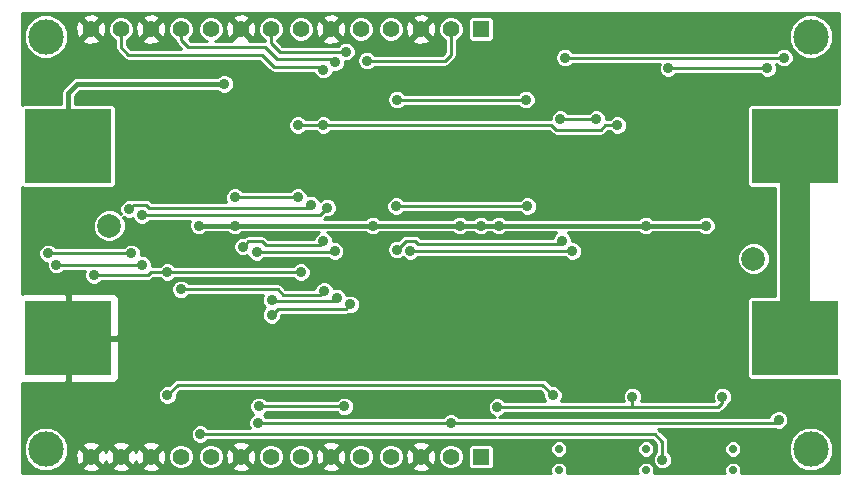
<source format=gbl>
G04 (created by PCBNEW-RS274X (2012-jan-04)-stable) date Sun 27 Jan 2013 19:14:15 CET*
G01*
G70*
G90*
%MOIN*%
G04 Gerber Fmt 3.4, Leading zero omitted, Abs format*
%FSLAX34Y34*%
G04 APERTURE LIST*
%ADD10C,0.006000*%
%ADD11C,0.027600*%
%ADD12R,0.055000X0.055000*%
%ADD13C,0.055000*%
%ADD14C,0.118100*%
%ADD15R,0.289000X0.250000*%
%ADD16C,0.078700*%
%ADD17C,0.035000*%
%ADD18C,0.010000*%
%ADD19C,0.016000*%
%ADD20C,0.100000*%
G04 APERTURE END LIST*
G54D10*
G54D11*
X70000Y-32954D03*
X70000Y-32246D03*
X67100Y-32954D03*
X67100Y-32246D03*
G54D12*
X64500Y-18250D03*
G54D13*
X63500Y-18250D03*
X62500Y-18250D03*
X61500Y-18250D03*
X60500Y-18250D03*
X59500Y-18250D03*
X58500Y-18250D03*
X57500Y-18250D03*
X56500Y-18250D03*
X55500Y-18250D03*
X54500Y-18250D03*
X53500Y-18250D03*
X52500Y-18250D03*
X51500Y-18250D03*
G54D11*
X72900Y-32954D03*
X72900Y-32246D03*
G54D12*
X64500Y-32500D03*
G54D13*
X63500Y-32500D03*
X62500Y-32500D03*
X61500Y-32500D03*
X60500Y-32500D03*
X59500Y-32500D03*
X58500Y-32500D03*
X57500Y-32500D03*
X56500Y-32500D03*
X55500Y-32500D03*
X54500Y-32500D03*
X53500Y-32500D03*
X52500Y-32500D03*
X51500Y-32500D03*
G54D14*
X75500Y-18500D03*
X75500Y-32250D03*
X50000Y-18500D03*
X50000Y-32250D03*
G54D15*
X74960Y-28550D03*
X50740Y-28550D03*
G54D16*
X73586Y-25900D03*
G54D15*
X50740Y-22150D03*
X74960Y-22150D03*
G54D16*
X52114Y-24800D03*
G54D17*
X69550Y-30500D03*
X65050Y-30850D03*
X63800Y-24800D03*
X55100Y-24800D03*
X72000Y-24800D03*
X65100Y-24800D03*
X56300Y-24800D03*
X64500Y-24800D03*
X72550Y-30500D03*
X60900Y-24800D03*
X70000Y-24800D03*
X56500Y-21900D03*
X66500Y-19200D03*
X62700Y-26000D03*
X50300Y-25200D03*
X65575Y-23025D03*
X72825Y-19975D03*
X71350Y-30350D03*
X65025Y-28700D03*
X72050Y-29500D03*
X75050Y-30225D03*
X74175Y-23850D03*
X75025Y-20500D03*
X74175Y-26850D03*
X69550Y-23000D03*
X68800Y-29775D03*
X72425Y-32600D03*
X69475Y-32600D03*
X66600Y-32600D03*
X70200Y-19825D03*
X61300Y-22750D03*
X60650Y-25450D03*
X55825Y-23600D03*
X54200Y-23150D03*
X58175Y-29300D03*
X53675Y-20800D03*
X61775Y-29425D03*
X58500Y-26350D03*
X51600Y-26450D03*
X54050Y-26350D03*
X66900Y-30450D03*
X54050Y-30450D03*
X67550Y-25650D03*
X62150Y-25650D03*
X74600Y-19200D03*
X67300Y-19200D03*
X61675Y-24150D03*
X66050Y-24150D03*
X55950Y-20075D03*
X60150Y-27425D03*
X57525Y-27775D03*
X67200Y-25300D03*
X61700Y-25600D03*
X67150Y-21250D03*
X68350Y-21250D03*
X61700Y-20600D03*
X66000Y-20600D03*
X70750Y-19550D03*
X74050Y-19550D03*
X74425Y-31275D03*
X56575Y-25500D03*
X59250Y-25325D03*
X63500Y-31375D03*
X57075Y-31375D03*
X59950Y-30825D03*
X57025Y-25675D03*
X57100Y-30825D03*
X59625Y-25650D03*
X54500Y-26925D03*
X59275Y-26975D03*
X57525Y-27275D03*
X59700Y-27200D03*
X60700Y-19300D03*
X60000Y-19000D03*
X59650Y-19350D03*
X59250Y-19600D03*
X70550Y-32600D03*
X55150Y-31750D03*
X69050Y-21450D03*
X59250Y-21450D03*
X58400Y-21450D03*
X58400Y-23850D03*
X56300Y-23850D03*
X59375Y-24200D03*
X53200Y-24450D03*
X53200Y-26100D03*
X50350Y-26100D03*
X50075Y-25725D03*
X52850Y-25725D03*
X52775Y-24250D03*
X58825Y-24100D03*
G54D18*
X69550Y-30500D02*
X69550Y-30850D01*
X65050Y-30850D02*
X67450Y-30850D01*
X67450Y-30850D02*
X69550Y-30850D01*
G54D19*
X55100Y-24800D02*
X56300Y-24800D01*
X70000Y-24800D02*
X72000Y-24800D01*
X68400Y-24800D02*
X70000Y-24800D01*
X65100Y-24800D02*
X68400Y-24800D01*
X64500Y-24800D02*
X65100Y-24800D01*
X63800Y-24800D02*
X64500Y-24800D01*
X61400Y-24800D02*
X63800Y-24800D01*
X60900Y-24800D02*
X61400Y-24800D01*
X56300Y-24800D02*
X60900Y-24800D01*
G54D18*
X72550Y-30700D02*
X72550Y-30500D01*
X72400Y-30850D02*
X72550Y-30700D01*
X70000Y-30850D02*
X72400Y-30850D01*
X69550Y-30850D02*
X70000Y-30850D01*
X53400Y-26450D02*
X51600Y-26450D01*
X53500Y-26350D02*
X53400Y-26450D01*
X58500Y-26350D02*
X54050Y-26350D01*
X54050Y-26350D02*
X53500Y-26350D01*
X54400Y-30100D02*
X66550Y-30100D01*
X66550Y-30100D02*
X66900Y-30450D01*
X54050Y-30450D02*
X54400Y-30100D01*
X62150Y-25650D02*
X67550Y-25650D01*
X74600Y-19200D02*
X67300Y-19200D01*
X61675Y-24150D02*
X66050Y-24150D01*
G54D19*
X50740Y-22150D02*
X50740Y-20385D01*
X51050Y-20075D02*
X55950Y-20075D01*
X50740Y-20385D02*
X51050Y-20075D01*
G54D20*
X74960Y-22150D02*
X74960Y-28550D01*
G54D18*
X60000Y-27575D02*
X57725Y-27575D01*
X60150Y-27425D02*
X60000Y-27575D01*
X57725Y-27575D02*
X57525Y-27775D01*
X62400Y-25400D02*
X67100Y-25400D01*
X62000Y-25300D02*
X62300Y-25300D01*
X61700Y-25600D02*
X62000Y-25300D01*
X62300Y-25300D02*
X62400Y-25400D01*
X67100Y-25400D02*
X67200Y-25300D01*
X67150Y-21250D02*
X68350Y-21250D01*
X61700Y-20600D02*
X66000Y-20600D01*
X71450Y-19550D02*
X70750Y-19550D01*
X74050Y-19550D02*
X71450Y-19550D01*
X56750Y-25325D02*
X56575Y-25500D01*
X59125Y-25450D02*
X57325Y-25450D01*
X57200Y-25325D02*
X56750Y-25325D01*
X57325Y-25450D02*
X57200Y-25325D01*
X57075Y-31375D02*
X63500Y-31375D01*
X59250Y-25325D02*
X59125Y-25450D01*
X63500Y-31375D02*
X74325Y-31375D01*
X74325Y-31375D02*
X74425Y-31275D01*
X59600Y-25675D02*
X57025Y-25675D01*
X57100Y-30825D02*
X59950Y-30825D01*
X59625Y-25650D02*
X59600Y-25675D01*
X59150Y-27100D02*
X57900Y-27100D01*
X59275Y-26975D02*
X59150Y-27100D01*
X57900Y-27100D02*
X57725Y-26925D01*
X57725Y-26925D02*
X54500Y-26925D01*
X57575Y-27325D02*
X57525Y-27275D01*
X59575Y-27325D02*
X57575Y-27325D01*
X59700Y-27200D02*
X59575Y-27325D01*
X63300Y-19300D02*
X63500Y-19100D01*
X60700Y-19300D02*
X63300Y-19300D01*
X63500Y-19100D02*
X63500Y-18250D01*
X57500Y-18700D02*
X57500Y-18250D01*
X57800Y-19000D02*
X57500Y-18700D01*
X60000Y-19000D02*
X57800Y-19000D01*
X59550Y-19250D02*
X57700Y-19250D01*
X54500Y-18600D02*
X54500Y-18250D01*
X57300Y-18850D02*
X54750Y-18850D01*
X59650Y-19350D02*
X59550Y-19250D01*
X57700Y-19250D02*
X57300Y-18850D01*
X54750Y-18850D02*
X54500Y-18600D01*
X59250Y-19600D02*
X59150Y-19500D01*
X59150Y-19500D02*
X57600Y-19500D01*
X57600Y-19500D02*
X57200Y-19100D01*
X57200Y-19100D02*
X52750Y-19100D01*
X52750Y-19100D02*
X52500Y-18850D01*
X52500Y-18850D02*
X52500Y-18250D01*
X58400Y-21450D02*
X59250Y-21450D01*
X70550Y-32600D02*
X70550Y-32000D01*
X70550Y-32000D02*
X70300Y-31750D01*
X70300Y-31750D02*
X55150Y-31750D01*
X68500Y-21600D02*
X68650Y-21450D01*
X68650Y-21450D02*
X69050Y-21450D01*
X67000Y-21600D02*
X68500Y-21600D01*
X63000Y-21450D02*
X64200Y-21450D01*
X64200Y-21450D02*
X65950Y-21450D01*
X66850Y-21450D02*
X67000Y-21600D01*
X59250Y-21450D02*
X61000Y-21450D01*
X61000Y-21450D02*
X63000Y-21450D01*
X65950Y-21450D02*
X66850Y-21450D01*
X56300Y-23850D02*
X58400Y-23850D01*
X59125Y-24450D02*
X53200Y-24450D01*
X59375Y-24200D02*
X59125Y-24450D01*
X53200Y-26100D02*
X50350Y-26100D01*
X51575Y-25725D02*
X50075Y-25725D01*
X52850Y-25725D02*
X51575Y-25725D01*
X52925Y-24100D02*
X52775Y-24250D01*
X53325Y-24100D02*
X52925Y-24100D01*
X53450Y-24225D02*
X53325Y-24100D01*
X58700Y-24225D02*
X53450Y-24225D01*
X58825Y-24100D02*
X58700Y-24225D01*
G54D10*
G36*
X76450Y-33045D02*
X76240Y-33045D01*
X76240Y-32398D01*
X76240Y-32104D01*
X76128Y-31832D01*
X75920Y-31624D01*
X75648Y-31510D01*
X75354Y-31510D01*
X75082Y-31622D01*
X74874Y-31830D01*
X74760Y-32102D01*
X74760Y-32396D01*
X74872Y-32668D01*
X75080Y-32876D01*
X75352Y-32990D01*
X75646Y-32990D01*
X75918Y-32878D01*
X76126Y-32670D01*
X76240Y-32398D01*
X76240Y-33045D01*
X74750Y-33045D01*
X74750Y-31340D01*
X74750Y-31211D01*
X74701Y-31091D01*
X74610Y-31000D01*
X74490Y-30950D01*
X74361Y-30950D01*
X74241Y-30999D01*
X74150Y-31090D01*
X74114Y-31175D01*
X65114Y-31175D01*
X65234Y-31126D01*
X65310Y-31050D01*
X67450Y-31050D01*
X69550Y-31050D01*
X70000Y-31050D01*
X72400Y-31050D01*
X72400Y-31049D01*
X72476Y-31035D01*
X72477Y-31035D01*
X72541Y-30991D01*
X72691Y-30842D01*
X72691Y-30841D01*
X72713Y-30809D01*
X72735Y-30777D01*
X72735Y-30776D01*
X72735Y-30774D01*
X72825Y-30685D01*
X72875Y-30565D01*
X72875Y-30436D01*
X72826Y-30316D01*
X72735Y-30225D01*
X72615Y-30175D01*
X72486Y-30175D01*
X72366Y-30224D01*
X72325Y-30265D01*
X72325Y-24865D01*
X72325Y-24736D01*
X72276Y-24616D01*
X72185Y-24525D01*
X72065Y-24475D01*
X71936Y-24475D01*
X71816Y-24524D01*
X71770Y-24570D01*
X70230Y-24570D01*
X70185Y-24525D01*
X70065Y-24475D01*
X69936Y-24475D01*
X69816Y-24524D01*
X69770Y-24570D01*
X69375Y-24570D01*
X69375Y-21515D01*
X69375Y-21386D01*
X69326Y-21266D01*
X69235Y-21175D01*
X69115Y-21125D01*
X68986Y-21125D01*
X68866Y-21174D01*
X68790Y-21250D01*
X68675Y-21250D01*
X68675Y-21186D01*
X68626Y-21066D01*
X68535Y-20975D01*
X68415Y-20925D01*
X68286Y-20925D01*
X68166Y-20974D01*
X68090Y-21050D01*
X67410Y-21050D01*
X67335Y-20975D01*
X67215Y-20925D01*
X67086Y-20925D01*
X66966Y-20974D01*
X66875Y-21065D01*
X66825Y-21185D01*
X66825Y-21250D01*
X66325Y-21250D01*
X66325Y-20665D01*
X66325Y-20536D01*
X66276Y-20416D01*
X66185Y-20325D01*
X66065Y-20275D01*
X65936Y-20275D01*
X65816Y-20324D01*
X65740Y-20400D01*
X64924Y-20400D01*
X64924Y-18554D01*
X64924Y-18495D01*
X64924Y-17945D01*
X64901Y-17890D01*
X64859Y-17848D01*
X64804Y-17826D01*
X64745Y-17826D01*
X64195Y-17826D01*
X64140Y-17849D01*
X64098Y-17891D01*
X64076Y-17946D01*
X64076Y-18005D01*
X64076Y-18555D01*
X64099Y-18610D01*
X64141Y-18652D01*
X64196Y-18674D01*
X64255Y-18674D01*
X64805Y-18674D01*
X64860Y-18651D01*
X64902Y-18609D01*
X64924Y-18554D01*
X64924Y-20400D01*
X63925Y-20400D01*
X63925Y-18335D01*
X63925Y-18166D01*
X63861Y-18010D01*
X63741Y-17890D01*
X63585Y-17825D01*
X63416Y-17825D01*
X63260Y-17889D01*
X63140Y-18009D01*
X63075Y-18165D01*
X63075Y-18334D01*
X63139Y-18490D01*
X63259Y-18610D01*
X63300Y-18627D01*
X63300Y-19017D01*
X63217Y-19100D01*
X63019Y-19100D01*
X63019Y-18324D01*
X63008Y-18120D01*
X62952Y-17983D01*
X62861Y-17960D01*
X62790Y-18031D01*
X62790Y-17889D01*
X62767Y-17798D01*
X62574Y-17731D01*
X62370Y-17742D01*
X62233Y-17798D01*
X62210Y-17889D01*
X62500Y-18179D01*
X62790Y-17889D01*
X62790Y-18031D01*
X62571Y-18250D01*
X62861Y-18540D01*
X62952Y-18517D01*
X63019Y-18324D01*
X63019Y-19100D01*
X62790Y-19100D01*
X62790Y-18611D01*
X62500Y-18321D01*
X62429Y-18392D01*
X62429Y-18250D01*
X62139Y-17960D01*
X62048Y-17983D01*
X61981Y-18176D01*
X61992Y-18380D01*
X62048Y-18517D01*
X62139Y-18540D01*
X62429Y-18250D01*
X62429Y-18392D01*
X62210Y-18611D01*
X62233Y-18702D01*
X62426Y-18769D01*
X62630Y-18758D01*
X62767Y-18702D01*
X62790Y-18611D01*
X62790Y-19100D01*
X61925Y-19100D01*
X61925Y-18335D01*
X61925Y-18166D01*
X61861Y-18010D01*
X61741Y-17890D01*
X61585Y-17825D01*
X61416Y-17825D01*
X61260Y-17889D01*
X61140Y-18009D01*
X61075Y-18165D01*
X61075Y-18334D01*
X61139Y-18490D01*
X61259Y-18610D01*
X61415Y-18675D01*
X61584Y-18675D01*
X61740Y-18611D01*
X61860Y-18491D01*
X61925Y-18335D01*
X61925Y-19100D01*
X60960Y-19100D01*
X60925Y-19065D01*
X60925Y-18335D01*
X60925Y-18166D01*
X60861Y-18010D01*
X60741Y-17890D01*
X60585Y-17825D01*
X60416Y-17825D01*
X60260Y-17889D01*
X60140Y-18009D01*
X60075Y-18165D01*
X60075Y-18334D01*
X60139Y-18490D01*
X60259Y-18610D01*
X60415Y-18675D01*
X60584Y-18675D01*
X60740Y-18611D01*
X60860Y-18491D01*
X60925Y-18335D01*
X60925Y-19065D01*
X60885Y-19025D01*
X60765Y-18975D01*
X60636Y-18975D01*
X60516Y-19024D01*
X60425Y-19115D01*
X60375Y-19235D01*
X60375Y-19364D01*
X60424Y-19484D01*
X60515Y-19575D01*
X60635Y-19625D01*
X60764Y-19625D01*
X60884Y-19576D01*
X60960Y-19500D01*
X63300Y-19500D01*
X63300Y-19499D01*
X63376Y-19485D01*
X63377Y-19485D01*
X63441Y-19441D01*
X63641Y-19242D01*
X63641Y-19241D01*
X63685Y-19177D01*
X63699Y-19101D01*
X63700Y-19100D01*
X63700Y-18627D01*
X63740Y-18611D01*
X63860Y-18491D01*
X63925Y-18335D01*
X63925Y-20400D01*
X61960Y-20400D01*
X61885Y-20325D01*
X61765Y-20275D01*
X61636Y-20275D01*
X61516Y-20324D01*
X61425Y-20415D01*
X61375Y-20535D01*
X61375Y-20664D01*
X61424Y-20784D01*
X61515Y-20875D01*
X61635Y-20925D01*
X61764Y-20925D01*
X61884Y-20876D01*
X61960Y-20800D01*
X65740Y-20800D01*
X65815Y-20875D01*
X65935Y-20925D01*
X66064Y-20925D01*
X66184Y-20876D01*
X66275Y-20785D01*
X66325Y-20665D01*
X66325Y-21250D01*
X65950Y-21250D01*
X64200Y-21250D01*
X63000Y-21250D01*
X61000Y-21250D01*
X60325Y-21250D01*
X60325Y-19065D01*
X60325Y-18936D01*
X60276Y-18816D01*
X60185Y-18725D01*
X60065Y-18675D01*
X60019Y-18675D01*
X60019Y-18324D01*
X60008Y-18120D01*
X59952Y-17983D01*
X59861Y-17960D01*
X59790Y-18031D01*
X59790Y-17889D01*
X59767Y-17798D01*
X59574Y-17731D01*
X59370Y-17742D01*
X59233Y-17798D01*
X59210Y-17889D01*
X59500Y-18179D01*
X59790Y-17889D01*
X59790Y-18031D01*
X59571Y-18250D01*
X59861Y-18540D01*
X59952Y-18517D01*
X60019Y-18324D01*
X60019Y-18675D01*
X59936Y-18675D01*
X59816Y-18724D01*
X59790Y-18750D01*
X59790Y-18611D01*
X59500Y-18321D01*
X59429Y-18392D01*
X59429Y-18250D01*
X59139Y-17960D01*
X59048Y-17983D01*
X58981Y-18176D01*
X58992Y-18380D01*
X59048Y-18517D01*
X59139Y-18540D01*
X59429Y-18250D01*
X59429Y-18392D01*
X59210Y-18611D01*
X59233Y-18702D01*
X59426Y-18769D01*
X59630Y-18758D01*
X59767Y-18702D01*
X59790Y-18611D01*
X59790Y-18750D01*
X59740Y-18800D01*
X58925Y-18800D01*
X58925Y-18335D01*
X58925Y-18166D01*
X58861Y-18010D01*
X58741Y-17890D01*
X58585Y-17825D01*
X58416Y-17825D01*
X58260Y-17889D01*
X58140Y-18009D01*
X58075Y-18165D01*
X58075Y-18334D01*
X58139Y-18490D01*
X58259Y-18610D01*
X58415Y-18675D01*
X58584Y-18675D01*
X58740Y-18611D01*
X58860Y-18491D01*
X58925Y-18335D01*
X58925Y-18800D01*
X57882Y-18800D01*
X57706Y-18624D01*
X57740Y-18611D01*
X57860Y-18491D01*
X57925Y-18335D01*
X57925Y-18166D01*
X57861Y-18010D01*
X57741Y-17890D01*
X57585Y-17825D01*
X57416Y-17825D01*
X57260Y-17889D01*
X57140Y-18009D01*
X57075Y-18165D01*
X57075Y-18334D01*
X57139Y-18490D01*
X57259Y-18610D01*
X57300Y-18627D01*
X57300Y-18650D01*
X57019Y-18650D01*
X57019Y-18324D01*
X57008Y-18120D01*
X56952Y-17983D01*
X56861Y-17960D01*
X56790Y-18031D01*
X56790Y-17889D01*
X56767Y-17798D01*
X56574Y-17731D01*
X56370Y-17742D01*
X56233Y-17798D01*
X56210Y-17889D01*
X56500Y-18179D01*
X56790Y-17889D01*
X56790Y-18031D01*
X56571Y-18250D01*
X56861Y-18540D01*
X56952Y-18517D01*
X57019Y-18324D01*
X57019Y-18650D01*
X56780Y-18650D01*
X56790Y-18611D01*
X56500Y-18321D01*
X56429Y-18392D01*
X56429Y-18250D01*
X56139Y-17960D01*
X56048Y-17983D01*
X55981Y-18176D01*
X55992Y-18380D01*
X56048Y-18517D01*
X56139Y-18540D01*
X56429Y-18250D01*
X56429Y-18392D01*
X56210Y-18611D01*
X56219Y-18650D01*
X55644Y-18650D01*
X55740Y-18611D01*
X55860Y-18491D01*
X55925Y-18335D01*
X55925Y-18166D01*
X55861Y-18010D01*
X55741Y-17890D01*
X55585Y-17825D01*
X55416Y-17825D01*
X55260Y-17889D01*
X55140Y-18009D01*
X55075Y-18165D01*
X55075Y-18334D01*
X55139Y-18490D01*
X55259Y-18610D01*
X55355Y-18650D01*
X54832Y-18650D01*
X54766Y-18584D01*
X54860Y-18491D01*
X54925Y-18335D01*
X54925Y-18166D01*
X54861Y-18010D01*
X54741Y-17890D01*
X54585Y-17825D01*
X54416Y-17825D01*
X54260Y-17889D01*
X54140Y-18009D01*
X54075Y-18165D01*
X54075Y-18334D01*
X54139Y-18490D01*
X54259Y-18610D01*
X54305Y-18629D01*
X54315Y-18677D01*
X54359Y-18741D01*
X54517Y-18900D01*
X54019Y-18900D01*
X54019Y-18324D01*
X54008Y-18120D01*
X53952Y-17983D01*
X53861Y-17960D01*
X53790Y-18031D01*
X53790Y-17889D01*
X53767Y-17798D01*
X53574Y-17731D01*
X53370Y-17742D01*
X53233Y-17798D01*
X53210Y-17889D01*
X53500Y-18179D01*
X53790Y-17889D01*
X53790Y-18031D01*
X53571Y-18250D01*
X53861Y-18540D01*
X53952Y-18517D01*
X54019Y-18324D01*
X54019Y-18900D01*
X53790Y-18900D01*
X53790Y-18611D01*
X53500Y-18321D01*
X53429Y-18392D01*
X53429Y-18250D01*
X53139Y-17960D01*
X53048Y-17983D01*
X52981Y-18176D01*
X52992Y-18380D01*
X53048Y-18517D01*
X53139Y-18540D01*
X53429Y-18250D01*
X53429Y-18392D01*
X53210Y-18611D01*
X53233Y-18702D01*
X53426Y-18769D01*
X53630Y-18758D01*
X53767Y-18702D01*
X53790Y-18611D01*
X53790Y-18900D01*
X52832Y-18900D01*
X52700Y-18767D01*
X52700Y-18627D01*
X52740Y-18611D01*
X52860Y-18491D01*
X52925Y-18335D01*
X52925Y-18166D01*
X52861Y-18010D01*
X52741Y-17890D01*
X52585Y-17825D01*
X52416Y-17825D01*
X52260Y-17889D01*
X52140Y-18009D01*
X52075Y-18165D01*
X52075Y-18334D01*
X52139Y-18490D01*
X52259Y-18610D01*
X52300Y-18627D01*
X52300Y-18850D01*
X52315Y-18927D01*
X52359Y-18991D01*
X52608Y-19241D01*
X52609Y-19241D01*
X52673Y-19285D01*
X52750Y-19300D01*
X57117Y-19300D01*
X57458Y-19641D01*
X57459Y-19641D01*
X57523Y-19685D01*
X57600Y-19700D01*
X58939Y-19700D01*
X58974Y-19784D01*
X59065Y-19875D01*
X59185Y-19925D01*
X59314Y-19925D01*
X59434Y-19876D01*
X59525Y-19785D01*
X59572Y-19669D01*
X59585Y-19675D01*
X59714Y-19675D01*
X59834Y-19626D01*
X59925Y-19535D01*
X59975Y-19415D01*
X59975Y-19325D01*
X60064Y-19325D01*
X60184Y-19276D01*
X60275Y-19185D01*
X60325Y-19065D01*
X60325Y-21250D01*
X59510Y-21250D01*
X59435Y-21175D01*
X59315Y-21125D01*
X59186Y-21125D01*
X59066Y-21174D01*
X58990Y-21250D01*
X58660Y-21250D01*
X58585Y-21175D01*
X58465Y-21125D01*
X58336Y-21125D01*
X58216Y-21174D01*
X58125Y-21265D01*
X58075Y-21385D01*
X58075Y-21514D01*
X58124Y-21634D01*
X58215Y-21725D01*
X58335Y-21775D01*
X58464Y-21775D01*
X58584Y-21726D01*
X58660Y-21650D01*
X58990Y-21650D01*
X59065Y-21725D01*
X59185Y-21775D01*
X59314Y-21775D01*
X59434Y-21726D01*
X59510Y-21650D01*
X61000Y-21650D01*
X63000Y-21650D01*
X64200Y-21650D01*
X65950Y-21650D01*
X66767Y-21650D01*
X66858Y-21741D01*
X66859Y-21741D01*
X66891Y-21763D01*
X66923Y-21785D01*
X66924Y-21785D01*
X67000Y-21800D01*
X68500Y-21800D01*
X68500Y-21799D01*
X68576Y-21785D01*
X68577Y-21785D01*
X68641Y-21741D01*
X68732Y-21650D01*
X68790Y-21650D01*
X68865Y-21725D01*
X68985Y-21775D01*
X69114Y-21775D01*
X69234Y-21726D01*
X69325Y-21635D01*
X69375Y-21515D01*
X69375Y-24570D01*
X68400Y-24570D01*
X66375Y-24570D01*
X66375Y-24215D01*
X66375Y-24086D01*
X66326Y-23966D01*
X66235Y-23875D01*
X66115Y-23825D01*
X65986Y-23825D01*
X65866Y-23874D01*
X65790Y-23950D01*
X61935Y-23950D01*
X61860Y-23875D01*
X61740Y-23825D01*
X61611Y-23825D01*
X61491Y-23874D01*
X61400Y-23965D01*
X61350Y-24085D01*
X61350Y-24214D01*
X61399Y-24334D01*
X61490Y-24425D01*
X61610Y-24475D01*
X61739Y-24475D01*
X61859Y-24426D01*
X61935Y-24350D01*
X65790Y-24350D01*
X65865Y-24425D01*
X65985Y-24475D01*
X66114Y-24475D01*
X66234Y-24426D01*
X66325Y-24335D01*
X66375Y-24215D01*
X66375Y-24570D01*
X65330Y-24570D01*
X65285Y-24525D01*
X65165Y-24475D01*
X65036Y-24475D01*
X64916Y-24524D01*
X64870Y-24570D01*
X64730Y-24570D01*
X64685Y-24525D01*
X64565Y-24475D01*
X64436Y-24475D01*
X64316Y-24524D01*
X64270Y-24570D01*
X64030Y-24570D01*
X63985Y-24525D01*
X63865Y-24475D01*
X63736Y-24475D01*
X63616Y-24524D01*
X63570Y-24570D01*
X61400Y-24570D01*
X61130Y-24570D01*
X61085Y-24525D01*
X60965Y-24475D01*
X60836Y-24475D01*
X60716Y-24524D01*
X60670Y-24570D01*
X59287Y-24570D01*
X59332Y-24525D01*
X59439Y-24525D01*
X59559Y-24476D01*
X59650Y-24385D01*
X59700Y-24265D01*
X59700Y-24136D01*
X59651Y-24016D01*
X59560Y-23925D01*
X59440Y-23875D01*
X59311Y-23875D01*
X59191Y-23924D01*
X59129Y-23985D01*
X59101Y-23916D01*
X59010Y-23825D01*
X58890Y-23775D01*
X58761Y-23775D01*
X58725Y-23789D01*
X58725Y-23786D01*
X58676Y-23666D01*
X58585Y-23575D01*
X58465Y-23525D01*
X58336Y-23525D01*
X58216Y-23574D01*
X58140Y-23650D01*
X56560Y-23650D01*
X56485Y-23575D01*
X56365Y-23525D01*
X56236Y-23525D01*
X56116Y-23574D01*
X56025Y-23665D01*
X55975Y-23785D01*
X55975Y-23914D01*
X56020Y-24025D01*
X53532Y-24025D01*
X53466Y-23959D01*
X53402Y-23915D01*
X53325Y-23900D01*
X52925Y-23900D01*
X52848Y-23915D01*
X52833Y-23925D01*
X52711Y-23925D01*
X52591Y-23974D01*
X52500Y-24065D01*
X52450Y-24185D01*
X52450Y-24314D01*
X52488Y-24407D01*
X52422Y-24341D01*
X52223Y-24258D01*
X52007Y-24258D01*
X51808Y-24340D01*
X51655Y-24492D01*
X51572Y-24691D01*
X51572Y-24907D01*
X51654Y-25106D01*
X51806Y-25259D01*
X52005Y-25342D01*
X52221Y-25342D01*
X52420Y-25260D01*
X52573Y-25108D01*
X52656Y-24909D01*
X52656Y-24693D01*
X52584Y-24519D01*
X52590Y-24525D01*
X52710Y-24575D01*
X52839Y-24575D01*
X52891Y-24553D01*
X52924Y-24634D01*
X53015Y-24725D01*
X53135Y-24775D01*
X53264Y-24775D01*
X53384Y-24726D01*
X53460Y-24650D01*
X54810Y-24650D01*
X54775Y-24735D01*
X54775Y-24864D01*
X54824Y-24984D01*
X54915Y-25075D01*
X55035Y-25125D01*
X55164Y-25125D01*
X55284Y-25076D01*
X55330Y-25030D01*
X56070Y-25030D01*
X56115Y-25075D01*
X56235Y-25125D01*
X56364Y-25125D01*
X56484Y-25076D01*
X56530Y-25030D01*
X59112Y-25030D01*
X59066Y-25049D01*
X58975Y-25140D01*
X58929Y-25250D01*
X57407Y-25250D01*
X57341Y-25184D01*
X57277Y-25140D01*
X57200Y-25125D01*
X56750Y-25125D01*
X56673Y-25140D01*
X56621Y-25175D01*
X56511Y-25175D01*
X56391Y-25224D01*
X56300Y-25315D01*
X56250Y-25435D01*
X56250Y-25564D01*
X56299Y-25684D01*
X56390Y-25775D01*
X56510Y-25825D01*
X56639Y-25825D01*
X56721Y-25791D01*
X56749Y-25859D01*
X56840Y-25950D01*
X56960Y-26000D01*
X57089Y-26000D01*
X57209Y-25951D01*
X57285Y-25875D01*
X59390Y-25875D01*
X59440Y-25925D01*
X59560Y-25975D01*
X59689Y-25975D01*
X59809Y-25926D01*
X59900Y-25835D01*
X59950Y-25715D01*
X59950Y-25586D01*
X59901Y-25466D01*
X59810Y-25375D01*
X59690Y-25325D01*
X59575Y-25325D01*
X59575Y-25261D01*
X59526Y-25141D01*
X59435Y-25050D01*
X59387Y-25030D01*
X60670Y-25030D01*
X60715Y-25075D01*
X60835Y-25125D01*
X60964Y-25125D01*
X61084Y-25076D01*
X61130Y-25030D01*
X61400Y-25030D01*
X63570Y-25030D01*
X63615Y-25075D01*
X63735Y-25125D01*
X63864Y-25125D01*
X63984Y-25076D01*
X64030Y-25030D01*
X64270Y-25030D01*
X64315Y-25075D01*
X64435Y-25125D01*
X64564Y-25125D01*
X64684Y-25076D01*
X64730Y-25030D01*
X64870Y-25030D01*
X64915Y-25075D01*
X65035Y-25125D01*
X65164Y-25125D01*
X65284Y-25076D01*
X65330Y-25030D01*
X67010Y-25030D01*
X66925Y-25115D01*
X66889Y-25200D01*
X62482Y-25200D01*
X62441Y-25159D01*
X62377Y-25115D01*
X62300Y-25100D01*
X62000Y-25100D01*
X61923Y-25115D01*
X61858Y-25159D01*
X61742Y-25275D01*
X61636Y-25275D01*
X61516Y-25324D01*
X61425Y-25415D01*
X61375Y-25535D01*
X61375Y-25664D01*
X61424Y-25784D01*
X61515Y-25875D01*
X61635Y-25925D01*
X61764Y-25925D01*
X61884Y-25876D01*
X61900Y-25860D01*
X61965Y-25925D01*
X62085Y-25975D01*
X62214Y-25975D01*
X62334Y-25926D01*
X62410Y-25850D01*
X67290Y-25850D01*
X67365Y-25925D01*
X67485Y-25975D01*
X67614Y-25975D01*
X67734Y-25926D01*
X67825Y-25835D01*
X67875Y-25715D01*
X67875Y-25586D01*
X67826Y-25466D01*
X67735Y-25375D01*
X67615Y-25325D01*
X67525Y-25325D01*
X67525Y-25236D01*
X67476Y-25116D01*
X67390Y-25030D01*
X68400Y-25030D01*
X69770Y-25030D01*
X69815Y-25075D01*
X69935Y-25125D01*
X70064Y-25125D01*
X70184Y-25076D01*
X70230Y-25030D01*
X71770Y-25030D01*
X71815Y-25075D01*
X71935Y-25125D01*
X72064Y-25125D01*
X72184Y-25076D01*
X72275Y-24985D01*
X72325Y-24865D01*
X72325Y-30265D01*
X72275Y-30315D01*
X72225Y-30435D01*
X72225Y-30564D01*
X72260Y-30650D01*
X70000Y-30650D01*
X69839Y-30650D01*
X69875Y-30565D01*
X69875Y-30436D01*
X69826Y-30316D01*
X69735Y-30225D01*
X69615Y-30175D01*
X69486Y-30175D01*
X69366Y-30224D01*
X69275Y-30315D01*
X69225Y-30435D01*
X69225Y-30564D01*
X69260Y-30650D01*
X67450Y-30650D01*
X67160Y-30650D01*
X67175Y-30635D01*
X67225Y-30515D01*
X67225Y-30386D01*
X67176Y-30266D01*
X67085Y-30175D01*
X66965Y-30125D01*
X66857Y-30125D01*
X66691Y-29959D01*
X66627Y-29915D01*
X66550Y-29900D01*
X60475Y-29900D01*
X60475Y-27490D01*
X60475Y-27361D01*
X60426Y-27241D01*
X60335Y-27150D01*
X60215Y-27100D01*
X60086Y-27100D01*
X60021Y-27126D01*
X59976Y-27016D01*
X59885Y-26925D01*
X59765Y-26875D01*
X59636Y-26875D01*
X59592Y-26892D01*
X59551Y-26791D01*
X59460Y-26700D01*
X59340Y-26650D01*
X59211Y-26650D01*
X59091Y-26699D01*
X59000Y-26790D01*
X58954Y-26900D01*
X58825Y-26900D01*
X58825Y-26415D01*
X58825Y-26286D01*
X58776Y-26166D01*
X58685Y-26075D01*
X58565Y-26025D01*
X58436Y-26025D01*
X58316Y-26074D01*
X58240Y-26150D01*
X54310Y-26150D01*
X54235Y-26075D01*
X54115Y-26025D01*
X53986Y-26025D01*
X53866Y-26074D01*
X53790Y-26150D01*
X53525Y-26150D01*
X53525Y-26036D01*
X53476Y-25916D01*
X53385Y-25825D01*
X53265Y-25775D01*
X53175Y-25775D01*
X53175Y-25661D01*
X53126Y-25541D01*
X53035Y-25450D01*
X52915Y-25400D01*
X52786Y-25400D01*
X52666Y-25449D01*
X52590Y-25525D01*
X51575Y-25525D01*
X50335Y-25525D01*
X50260Y-25450D01*
X50140Y-25400D01*
X50011Y-25400D01*
X49891Y-25449D01*
X49800Y-25540D01*
X49750Y-25660D01*
X49750Y-25789D01*
X49799Y-25909D01*
X49890Y-26000D01*
X50010Y-26050D01*
X50025Y-26050D01*
X50025Y-26164D01*
X50074Y-26284D01*
X50165Y-26375D01*
X50285Y-26425D01*
X50414Y-26425D01*
X50534Y-26376D01*
X50610Y-26300D01*
X51310Y-26300D01*
X51275Y-26385D01*
X51275Y-26514D01*
X51324Y-26634D01*
X51415Y-26725D01*
X51535Y-26775D01*
X51664Y-26775D01*
X51784Y-26726D01*
X51860Y-26650D01*
X53400Y-26650D01*
X53400Y-26649D01*
X53476Y-26635D01*
X53477Y-26635D01*
X53541Y-26591D01*
X53582Y-26550D01*
X53790Y-26550D01*
X53865Y-26625D01*
X53985Y-26675D01*
X54114Y-26675D01*
X54234Y-26626D01*
X54310Y-26550D01*
X58240Y-26550D01*
X58315Y-26625D01*
X58435Y-26675D01*
X58564Y-26675D01*
X58684Y-26626D01*
X58775Y-26535D01*
X58825Y-26415D01*
X58825Y-26900D01*
X57982Y-26900D01*
X57866Y-26784D01*
X57802Y-26740D01*
X57725Y-26725D01*
X54760Y-26725D01*
X54685Y-26650D01*
X54565Y-26600D01*
X54436Y-26600D01*
X54316Y-26649D01*
X54225Y-26740D01*
X54175Y-26860D01*
X54175Y-26989D01*
X54224Y-27109D01*
X54315Y-27200D01*
X54435Y-27250D01*
X54564Y-27250D01*
X54684Y-27201D01*
X54760Y-27125D01*
X57235Y-27125D01*
X57200Y-27210D01*
X57200Y-27339D01*
X57249Y-27459D01*
X57315Y-27525D01*
X57250Y-27590D01*
X57200Y-27710D01*
X57200Y-27839D01*
X57249Y-27959D01*
X57340Y-28050D01*
X57460Y-28100D01*
X57589Y-28100D01*
X57709Y-28051D01*
X57800Y-27960D01*
X57850Y-27840D01*
X57850Y-27775D01*
X60000Y-27775D01*
X60000Y-27774D01*
X60076Y-27760D01*
X60077Y-27760D01*
X60090Y-27750D01*
X60091Y-27750D01*
X60214Y-27750D01*
X60334Y-27701D01*
X60425Y-27610D01*
X60475Y-27490D01*
X60475Y-29900D01*
X54400Y-29900D01*
X54323Y-29915D01*
X54258Y-29959D01*
X54092Y-30125D01*
X53986Y-30125D01*
X53866Y-30174D01*
X53775Y-30265D01*
X53725Y-30385D01*
X53725Y-30514D01*
X53774Y-30634D01*
X53865Y-30725D01*
X53985Y-30775D01*
X54114Y-30775D01*
X54234Y-30726D01*
X54325Y-30635D01*
X54375Y-30515D01*
X54375Y-30407D01*
X54482Y-30300D01*
X66467Y-30300D01*
X66575Y-30407D01*
X66575Y-30514D01*
X66624Y-30634D01*
X66640Y-30650D01*
X65310Y-30650D01*
X65235Y-30575D01*
X65115Y-30525D01*
X64986Y-30525D01*
X64866Y-30574D01*
X64775Y-30665D01*
X64725Y-30785D01*
X64725Y-30914D01*
X64774Y-31034D01*
X64865Y-31125D01*
X64985Y-31175D01*
X63760Y-31175D01*
X63685Y-31100D01*
X63565Y-31050D01*
X63436Y-31050D01*
X63316Y-31099D01*
X63240Y-31175D01*
X57335Y-31175D01*
X57267Y-31107D01*
X57284Y-31101D01*
X57360Y-31025D01*
X59690Y-31025D01*
X59765Y-31100D01*
X59885Y-31150D01*
X60014Y-31150D01*
X60134Y-31101D01*
X60225Y-31010D01*
X60275Y-30890D01*
X60275Y-30761D01*
X60226Y-30641D01*
X60135Y-30550D01*
X60015Y-30500D01*
X59886Y-30500D01*
X59766Y-30549D01*
X59690Y-30625D01*
X57360Y-30625D01*
X57285Y-30550D01*
X57165Y-30500D01*
X57036Y-30500D01*
X56916Y-30549D01*
X56825Y-30640D01*
X56775Y-30760D01*
X56775Y-30889D01*
X56824Y-31009D01*
X56907Y-31092D01*
X56891Y-31099D01*
X56800Y-31190D01*
X56750Y-31310D01*
X56750Y-31439D01*
X56795Y-31550D01*
X55410Y-31550D01*
X55335Y-31475D01*
X55215Y-31425D01*
X55086Y-31425D01*
X54966Y-31474D01*
X54875Y-31565D01*
X54825Y-31685D01*
X54825Y-31814D01*
X54874Y-31934D01*
X54965Y-32025D01*
X55085Y-32075D01*
X55214Y-32075D01*
X55334Y-32026D01*
X55410Y-31950D01*
X70217Y-31950D01*
X70350Y-32082D01*
X70350Y-32340D01*
X70287Y-32403D01*
X70287Y-32303D01*
X70287Y-32189D01*
X70243Y-32084D01*
X70163Y-32003D01*
X70057Y-31959D01*
X69943Y-31959D01*
X69838Y-32003D01*
X69757Y-32083D01*
X69713Y-32189D01*
X69713Y-32303D01*
X69757Y-32408D01*
X69837Y-32489D01*
X69943Y-32533D01*
X70057Y-32533D01*
X70162Y-32489D01*
X70243Y-32409D01*
X70287Y-32303D01*
X70287Y-32403D01*
X70275Y-32415D01*
X70225Y-32535D01*
X70225Y-32664D01*
X70274Y-32784D01*
X70365Y-32875D01*
X70485Y-32925D01*
X70614Y-32925D01*
X70734Y-32876D01*
X70825Y-32785D01*
X70875Y-32665D01*
X70875Y-32536D01*
X70826Y-32416D01*
X70750Y-32340D01*
X70750Y-32000D01*
X70735Y-31923D01*
X70691Y-31859D01*
X70691Y-31858D01*
X70441Y-31609D01*
X70391Y-31575D01*
X74300Y-31575D01*
X74360Y-31600D01*
X74489Y-31600D01*
X74609Y-31551D01*
X74700Y-31460D01*
X74750Y-31340D01*
X74750Y-33045D01*
X73172Y-33045D01*
X73187Y-33011D01*
X73187Y-32897D01*
X73187Y-32303D01*
X73187Y-32189D01*
X73143Y-32084D01*
X73063Y-32003D01*
X72957Y-31959D01*
X72843Y-31959D01*
X72738Y-32003D01*
X72657Y-32083D01*
X72613Y-32189D01*
X72613Y-32303D01*
X72657Y-32408D01*
X72737Y-32489D01*
X72843Y-32533D01*
X72957Y-32533D01*
X73062Y-32489D01*
X73143Y-32409D01*
X73187Y-32303D01*
X73187Y-32897D01*
X73143Y-32792D01*
X73063Y-32711D01*
X72957Y-32667D01*
X72843Y-32667D01*
X72738Y-32711D01*
X72657Y-32791D01*
X72613Y-32897D01*
X72613Y-33011D01*
X72627Y-33045D01*
X70272Y-33045D01*
X70287Y-33011D01*
X70287Y-32897D01*
X70243Y-32792D01*
X70163Y-32711D01*
X70057Y-32667D01*
X69943Y-32667D01*
X69838Y-32711D01*
X69757Y-32791D01*
X69713Y-32897D01*
X69713Y-33011D01*
X69727Y-33045D01*
X67372Y-33045D01*
X67387Y-33011D01*
X67387Y-32897D01*
X67387Y-32303D01*
X67387Y-32189D01*
X67343Y-32084D01*
X67263Y-32003D01*
X67157Y-31959D01*
X67043Y-31959D01*
X66938Y-32003D01*
X66857Y-32083D01*
X66813Y-32189D01*
X66813Y-32303D01*
X66857Y-32408D01*
X66937Y-32489D01*
X67043Y-32533D01*
X67157Y-32533D01*
X67262Y-32489D01*
X67343Y-32409D01*
X67387Y-32303D01*
X67387Y-32897D01*
X67343Y-32792D01*
X67263Y-32711D01*
X67157Y-32667D01*
X67043Y-32667D01*
X66938Y-32711D01*
X66857Y-32791D01*
X66813Y-32897D01*
X66813Y-33011D01*
X66827Y-33045D01*
X64924Y-33045D01*
X64924Y-32804D01*
X64924Y-32745D01*
X64924Y-32195D01*
X64901Y-32140D01*
X64859Y-32098D01*
X64804Y-32076D01*
X64745Y-32076D01*
X64195Y-32076D01*
X64140Y-32099D01*
X64098Y-32141D01*
X64076Y-32196D01*
X64076Y-32255D01*
X64076Y-32805D01*
X64099Y-32860D01*
X64141Y-32902D01*
X64196Y-32924D01*
X64255Y-32924D01*
X64805Y-32924D01*
X64860Y-32901D01*
X64902Y-32859D01*
X64924Y-32804D01*
X64924Y-33045D01*
X63925Y-33045D01*
X63925Y-32585D01*
X63925Y-32416D01*
X63861Y-32260D01*
X63741Y-32140D01*
X63585Y-32075D01*
X63416Y-32075D01*
X63260Y-32139D01*
X63140Y-32259D01*
X63075Y-32415D01*
X63075Y-32584D01*
X63139Y-32740D01*
X63259Y-32860D01*
X63415Y-32925D01*
X63584Y-32925D01*
X63740Y-32861D01*
X63860Y-32741D01*
X63925Y-32585D01*
X63925Y-33045D01*
X63019Y-33045D01*
X63019Y-32574D01*
X63008Y-32370D01*
X62952Y-32233D01*
X62861Y-32210D01*
X62790Y-32281D01*
X62790Y-32139D01*
X62767Y-32048D01*
X62574Y-31981D01*
X62370Y-31992D01*
X62233Y-32048D01*
X62210Y-32139D01*
X62500Y-32429D01*
X62790Y-32139D01*
X62790Y-32281D01*
X62571Y-32500D01*
X62861Y-32790D01*
X62952Y-32767D01*
X63019Y-32574D01*
X63019Y-33045D01*
X62790Y-33045D01*
X62790Y-32861D01*
X62500Y-32571D01*
X62429Y-32642D01*
X62429Y-32500D01*
X62139Y-32210D01*
X62048Y-32233D01*
X61981Y-32426D01*
X61992Y-32630D01*
X62048Y-32767D01*
X62139Y-32790D01*
X62429Y-32500D01*
X62429Y-32642D01*
X62210Y-32861D01*
X62233Y-32952D01*
X62426Y-33019D01*
X62630Y-33008D01*
X62767Y-32952D01*
X62790Y-32861D01*
X62790Y-33045D01*
X61925Y-33045D01*
X61925Y-32585D01*
X61925Y-32416D01*
X61861Y-32260D01*
X61741Y-32140D01*
X61585Y-32075D01*
X61416Y-32075D01*
X61260Y-32139D01*
X61140Y-32259D01*
X61075Y-32415D01*
X61075Y-32584D01*
X61139Y-32740D01*
X61259Y-32860D01*
X61415Y-32925D01*
X61584Y-32925D01*
X61740Y-32861D01*
X61860Y-32741D01*
X61925Y-32585D01*
X61925Y-33045D01*
X60925Y-33045D01*
X60925Y-32585D01*
X60925Y-32416D01*
X60861Y-32260D01*
X60741Y-32140D01*
X60585Y-32075D01*
X60416Y-32075D01*
X60260Y-32139D01*
X60140Y-32259D01*
X60075Y-32415D01*
X60075Y-32584D01*
X60139Y-32740D01*
X60259Y-32860D01*
X60415Y-32925D01*
X60584Y-32925D01*
X60740Y-32861D01*
X60860Y-32741D01*
X60925Y-32585D01*
X60925Y-33045D01*
X60019Y-33045D01*
X60019Y-32574D01*
X60008Y-32370D01*
X59952Y-32233D01*
X59861Y-32210D01*
X59790Y-32281D01*
X59790Y-32139D01*
X59767Y-32048D01*
X59574Y-31981D01*
X59370Y-31992D01*
X59233Y-32048D01*
X59210Y-32139D01*
X59500Y-32429D01*
X59790Y-32139D01*
X59790Y-32281D01*
X59571Y-32500D01*
X59861Y-32790D01*
X59952Y-32767D01*
X60019Y-32574D01*
X60019Y-33045D01*
X59790Y-33045D01*
X59790Y-32861D01*
X59500Y-32571D01*
X59429Y-32642D01*
X59429Y-32500D01*
X59139Y-32210D01*
X59048Y-32233D01*
X58981Y-32426D01*
X58992Y-32630D01*
X59048Y-32767D01*
X59139Y-32790D01*
X59429Y-32500D01*
X59429Y-32642D01*
X59210Y-32861D01*
X59233Y-32952D01*
X59426Y-33019D01*
X59630Y-33008D01*
X59767Y-32952D01*
X59790Y-32861D01*
X59790Y-33045D01*
X58925Y-33045D01*
X58925Y-32585D01*
X58925Y-32416D01*
X58861Y-32260D01*
X58741Y-32140D01*
X58585Y-32075D01*
X58416Y-32075D01*
X58260Y-32139D01*
X58140Y-32259D01*
X58075Y-32415D01*
X58075Y-32584D01*
X58139Y-32740D01*
X58259Y-32860D01*
X58415Y-32925D01*
X58584Y-32925D01*
X58740Y-32861D01*
X58860Y-32741D01*
X58925Y-32585D01*
X58925Y-33045D01*
X57925Y-33045D01*
X57925Y-32585D01*
X57925Y-32416D01*
X57861Y-32260D01*
X57741Y-32140D01*
X57585Y-32075D01*
X57416Y-32075D01*
X57260Y-32139D01*
X57140Y-32259D01*
X57075Y-32415D01*
X57075Y-32584D01*
X57139Y-32740D01*
X57259Y-32860D01*
X57415Y-32925D01*
X57584Y-32925D01*
X57740Y-32861D01*
X57860Y-32741D01*
X57925Y-32585D01*
X57925Y-33045D01*
X57019Y-33045D01*
X57019Y-32574D01*
X57008Y-32370D01*
X56952Y-32233D01*
X56861Y-32210D01*
X56790Y-32281D01*
X56790Y-32139D01*
X56767Y-32048D01*
X56574Y-31981D01*
X56370Y-31992D01*
X56233Y-32048D01*
X56210Y-32139D01*
X56500Y-32429D01*
X56790Y-32139D01*
X56790Y-32281D01*
X56571Y-32500D01*
X56861Y-32790D01*
X56952Y-32767D01*
X57019Y-32574D01*
X57019Y-33045D01*
X56790Y-33045D01*
X56790Y-32861D01*
X56500Y-32571D01*
X56429Y-32642D01*
X56429Y-32500D01*
X56139Y-32210D01*
X56048Y-32233D01*
X55981Y-32426D01*
X55992Y-32630D01*
X56048Y-32767D01*
X56139Y-32790D01*
X56429Y-32500D01*
X56429Y-32642D01*
X56210Y-32861D01*
X56233Y-32952D01*
X56426Y-33019D01*
X56630Y-33008D01*
X56767Y-32952D01*
X56790Y-32861D01*
X56790Y-33045D01*
X55925Y-33045D01*
X55925Y-32585D01*
X55925Y-32416D01*
X55861Y-32260D01*
X55741Y-32140D01*
X55585Y-32075D01*
X55416Y-32075D01*
X55260Y-32139D01*
X55140Y-32259D01*
X55075Y-32415D01*
X55075Y-32584D01*
X55139Y-32740D01*
X55259Y-32860D01*
X55415Y-32925D01*
X55584Y-32925D01*
X55740Y-32861D01*
X55860Y-32741D01*
X55925Y-32585D01*
X55925Y-33045D01*
X54925Y-33045D01*
X54925Y-32585D01*
X54925Y-32416D01*
X54861Y-32260D01*
X54741Y-32140D01*
X54585Y-32075D01*
X54416Y-32075D01*
X54260Y-32139D01*
X54140Y-32259D01*
X54075Y-32415D01*
X54075Y-32584D01*
X54139Y-32740D01*
X54259Y-32860D01*
X54415Y-32925D01*
X54584Y-32925D01*
X54740Y-32861D01*
X54860Y-32741D01*
X54925Y-32585D01*
X54925Y-33045D01*
X54019Y-33045D01*
X54019Y-32574D01*
X54008Y-32370D01*
X53952Y-32233D01*
X53861Y-32210D01*
X53790Y-32281D01*
X53790Y-32139D01*
X53767Y-32048D01*
X53574Y-31981D01*
X53370Y-31992D01*
X53233Y-32048D01*
X53210Y-32139D01*
X53500Y-32429D01*
X53790Y-32139D01*
X53790Y-32281D01*
X53571Y-32500D01*
X53861Y-32790D01*
X53952Y-32767D01*
X54019Y-32574D01*
X54019Y-33045D01*
X53790Y-33045D01*
X53790Y-32861D01*
X53500Y-32571D01*
X53429Y-32642D01*
X53429Y-32500D01*
X53139Y-32210D01*
X53048Y-32233D01*
X53003Y-32359D01*
X52952Y-32233D01*
X52861Y-32210D01*
X52790Y-32281D01*
X52790Y-32139D01*
X52767Y-32048D01*
X52574Y-31981D01*
X52435Y-31988D01*
X52435Y-28662D01*
X52435Y-28438D01*
X52434Y-27349D01*
X52434Y-27250D01*
X52396Y-27159D01*
X52326Y-27089D01*
X52234Y-27051D01*
X50852Y-27050D01*
X50790Y-27112D01*
X50790Y-28500D01*
X52373Y-28500D01*
X52435Y-28438D01*
X52435Y-28662D01*
X52373Y-28600D01*
X50790Y-28600D01*
X50790Y-29988D01*
X50852Y-30050D01*
X52234Y-30049D01*
X52326Y-30011D01*
X52396Y-29941D01*
X52434Y-29850D01*
X52434Y-29751D01*
X52435Y-28662D01*
X52435Y-31988D01*
X52370Y-31992D01*
X52233Y-32048D01*
X52210Y-32139D01*
X52500Y-32429D01*
X52790Y-32139D01*
X52790Y-32281D01*
X52571Y-32500D01*
X52861Y-32790D01*
X52952Y-32767D01*
X52996Y-32640D01*
X53048Y-32767D01*
X53139Y-32790D01*
X53429Y-32500D01*
X53429Y-32642D01*
X53210Y-32861D01*
X53233Y-32952D01*
X53426Y-33019D01*
X53630Y-33008D01*
X53767Y-32952D01*
X53790Y-32861D01*
X53790Y-33045D01*
X52790Y-33045D01*
X52790Y-32861D01*
X52500Y-32571D01*
X52429Y-32642D01*
X52429Y-32500D01*
X52139Y-32210D01*
X52048Y-32233D01*
X52003Y-32359D01*
X51952Y-32233D01*
X51861Y-32210D01*
X51790Y-32281D01*
X51790Y-32139D01*
X51767Y-32048D01*
X51574Y-31981D01*
X51370Y-31992D01*
X51233Y-32048D01*
X51210Y-32139D01*
X51500Y-32429D01*
X51790Y-32139D01*
X51790Y-32281D01*
X51571Y-32500D01*
X51861Y-32790D01*
X51952Y-32767D01*
X51996Y-32640D01*
X52048Y-32767D01*
X52139Y-32790D01*
X52429Y-32500D01*
X52429Y-32642D01*
X52210Y-32861D01*
X52233Y-32952D01*
X52426Y-33019D01*
X52630Y-33008D01*
X52767Y-32952D01*
X52790Y-32861D01*
X52790Y-33045D01*
X51790Y-33045D01*
X51790Y-32861D01*
X51500Y-32571D01*
X51429Y-32642D01*
X51429Y-32500D01*
X51139Y-32210D01*
X51048Y-32233D01*
X50981Y-32426D01*
X50992Y-32630D01*
X51048Y-32767D01*
X51139Y-32790D01*
X51429Y-32500D01*
X51429Y-32642D01*
X51210Y-32861D01*
X51233Y-32952D01*
X51426Y-33019D01*
X51630Y-33008D01*
X51767Y-32952D01*
X51790Y-32861D01*
X51790Y-33045D01*
X50740Y-33045D01*
X50740Y-32398D01*
X50740Y-32104D01*
X50628Y-31832D01*
X50420Y-31624D01*
X50148Y-31510D01*
X49854Y-31510D01*
X49582Y-31622D01*
X49374Y-31830D01*
X49260Y-32102D01*
X49260Y-32396D01*
X49372Y-32668D01*
X49580Y-32876D01*
X49852Y-32990D01*
X50146Y-32990D01*
X50418Y-32878D01*
X50626Y-32670D01*
X50740Y-32398D01*
X50740Y-33045D01*
X49205Y-33045D01*
X49205Y-31750D01*
X49205Y-30032D01*
X49246Y-30049D01*
X50628Y-30050D01*
X50690Y-29988D01*
X50690Y-28650D01*
X50690Y-28600D01*
X50690Y-28500D01*
X50690Y-28450D01*
X50690Y-27112D01*
X50628Y-27050D01*
X49246Y-27051D01*
X49205Y-27067D01*
X49205Y-23521D01*
X49211Y-23527D01*
X49266Y-23549D01*
X49325Y-23549D01*
X52215Y-23549D01*
X52270Y-23526D01*
X52312Y-23484D01*
X52334Y-23429D01*
X52334Y-23370D01*
X52334Y-20870D01*
X52311Y-20815D01*
X52269Y-20773D01*
X52214Y-20751D01*
X52155Y-20751D01*
X50970Y-20751D01*
X50970Y-20480D01*
X51145Y-20305D01*
X55720Y-20305D01*
X55765Y-20350D01*
X55885Y-20400D01*
X56014Y-20400D01*
X56134Y-20351D01*
X56225Y-20260D01*
X56275Y-20140D01*
X56275Y-20011D01*
X56226Y-19891D01*
X56135Y-19800D01*
X56015Y-19750D01*
X55886Y-19750D01*
X55766Y-19799D01*
X55720Y-19845D01*
X52019Y-19845D01*
X52019Y-18324D01*
X52008Y-18120D01*
X51952Y-17983D01*
X51861Y-17960D01*
X51790Y-18031D01*
X51790Y-17889D01*
X51767Y-17798D01*
X51574Y-17731D01*
X51370Y-17742D01*
X51233Y-17798D01*
X51210Y-17889D01*
X51500Y-18179D01*
X51790Y-17889D01*
X51790Y-18031D01*
X51571Y-18250D01*
X51861Y-18540D01*
X51952Y-18517D01*
X52019Y-18324D01*
X52019Y-19845D01*
X51790Y-19845D01*
X51790Y-18611D01*
X51500Y-18321D01*
X51429Y-18392D01*
X51429Y-18250D01*
X51139Y-17960D01*
X51048Y-17983D01*
X50981Y-18176D01*
X50992Y-18380D01*
X51048Y-18517D01*
X51139Y-18540D01*
X51429Y-18250D01*
X51429Y-18392D01*
X51210Y-18611D01*
X51233Y-18702D01*
X51426Y-18769D01*
X51630Y-18758D01*
X51767Y-18702D01*
X51790Y-18611D01*
X51790Y-19845D01*
X51050Y-19845D01*
X50962Y-19863D01*
X50887Y-19912D01*
X50885Y-19914D01*
X50740Y-20059D01*
X50740Y-18648D01*
X50740Y-18354D01*
X50628Y-18082D01*
X50420Y-17874D01*
X50148Y-17760D01*
X49854Y-17760D01*
X49582Y-17872D01*
X49374Y-18080D01*
X49260Y-18352D01*
X49260Y-18646D01*
X49372Y-18918D01*
X49580Y-19126D01*
X49852Y-19240D01*
X50146Y-19240D01*
X50418Y-19128D01*
X50626Y-18920D01*
X50740Y-18648D01*
X50740Y-20059D01*
X50577Y-20222D01*
X50528Y-20297D01*
X50509Y-20385D01*
X50510Y-20389D01*
X50510Y-20751D01*
X49265Y-20751D01*
X49210Y-20774D01*
X49205Y-20779D01*
X49205Y-17705D01*
X76450Y-17705D01*
X76450Y-20757D01*
X76434Y-20751D01*
X76375Y-20751D01*
X76240Y-20751D01*
X76240Y-18648D01*
X76240Y-18354D01*
X76128Y-18082D01*
X75920Y-17874D01*
X75648Y-17760D01*
X75354Y-17760D01*
X75082Y-17872D01*
X74874Y-18080D01*
X74760Y-18352D01*
X74760Y-18646D01*
X74872Y-18918D01*
X75080Y-19126D01*
X75352Y-19240D01*
X75646Y-19240D01*
X75918Y-19128D01*
X76126Y-18920D01*
X76240Y-18648D01*
X76240Y-20751D01*
X74925Y-20751D01*
X74925Y-19265D01*
X74925Y-19136D01*
X74876Y-19016D01*
X74785Y-18925D01*
X74665Y-18875D01*
X74536Y-18875D01*
X74416Y-18924D01*
X74340Y-19000D01*
X67560Y-19000D01*
X67485Y-18925D01*
X67365Y-18875D01*
X67236Y-18875D01*
X67116Y-18924D01*
X67025Y-19015D01*
X66975Y-19135D01*
X66975Y-19264D01*
X67024Y-19384D01*
X67115Y-19475D01*
X67235Y-19525D01*
X67364Y-19525D01*
X67484Y-19476D01*
X67560Y-19400D01*
X70460Y-19400D01*
X70425Y-19485D01*
X70425Y-19614D01*
X70474Y-19734D01*
X70565Y-19825D01*
X70685Y-19875D01*
X70814Y-19875D01*
X70934Y-19826D01*
X71010Y-19750D01*
X71450Y-19750D01*
X73790Y-19750D01*
X73865Y-19825D01*
X73985Y-19875D01*
X74114Y-19875D01*
X74234Y-19826D01*
X74325Y-19735D01*
X74375Y-19615D01*
X74375Y-19486D01*
X74340Y-19400D01*
X74415Y-19475D01*
X74535Y-19525D01*
X74664Y-19525D01*
X74784Y-19476D01*
X74875Y-19385D01*
X74925Y-19265D01*
X74925Y-20751D01*
X73485Y-20751D01*
X73430Y-20774D01*
X73388Y-20816D01*
X73366Y-20871D01*
X73366Y-20930D01*
X73366Y-23430D01*
X73389Y-23485D01*
X73431Y-23527D01*
X73486Y-23549D01*
X73545Y-23549D01*
X74310Y-23549D01*
X74310Y-27151D01*
X74128Y-27151D01*
X74128Y-26009D01*
X74128Y-25793D01*
X74046Y-25594D01*
X73894Y-25441D01*
X73695Y-25358D01*
X73479Y-25358D01*
X73280Y-25440D01*
X73127Y-25592D01*
X73044Y-25791D01*
X73044Y-26007D01*
X73126Y-26206D01*
X73278Y-26359D01*
X73477Y-26442D01*
X73693Y-26442D01*
X73892Y-26360D01*
X74045Y-26208D01*
X74128Y-26009D01*
X74128Y-27151D01*
X73485Y-27151D01*
X73430Y-27174D01*
X73388Y-27216D01*
X73366Y-27271D01*
X73366Y-27330D01*
X73366Y-29830D01*
X73389Y-29885D01*
X73431Y-29927D01*
X73486Y-29949D01*
X73545Y-29949D01*
X76435Y-29949D01*
X76450Y-29942D01*
X76450Y-33045D01*
X76450Y-33045D01*
G37*
G54D18*
X76450Y-33045D02*
X76240Y-33045D01*
X76240Y-32398D01*
X76240Y-32104D01*
X76128Y-31832D01*
X75920Y-31624D01*
X75648Y-31510D01*
X75354Y-31510D01*
X75082Y-31622D01*
X74874Y-31830D01*
X74760Y-32102D01*
X74760Y-32396D01*
X74872Y-32668D01*
X75080Y-32876D01*
X75352Y-32990D01*
X75646Y-32990D01*
X75918Y-32878D01*
X76126Y-32670D01*
X76240Y-32398D01*
X76240Y-33045D01*
X74750Y-33045D01*
X74750Y-31340D01*
X74750Y-31211D01*
X74701Y-31091D01*
X74610Y-31000D01*
X74490Y-30950D01*
X74361Y-30950D01*
X74241Y-30999D01*
X74150Y-31090D01*
X74114Y-31175D01*
X65114Y-31175D01*
X65234Y-31126D01*
X65310Y-31050D01*
X67450Y-31050D01*
X69550Y-31050D01*
X70000Y-31050D01*
X72400Y-31050D01*
X72400Y-31049D01*
X72476Y-31035D01*
X72477Y-31035D01*
X72541Y-30991D01*
X72691Y-30842D01*
X72691Y-30841D01*
X72713Y-30809D01*
X72735Y-30777D01*
X72735Y-30776D01*
X72735Y-30774D01*
X72825Y-30685D01*
X72875Y-30565D01*
X72875Y-30436D01*
X72826Y-30316D01*
X72735Y-30225D01*
X72615Y-30175D01*
X72486Y-30175D01*
X72366Y-30224D01*
X72325Y-30265D01*
X72325Y-24865D01*
X72325Y-24736D01*
X72276Y-24616D01*
X72185Y-24525D01*
X72065Y-24475D01*
X71936Y-24475D01*
X71816Y-24524D01*
X71770Y-24570D01*
X70230Y-24570D01*
X70185Y-24525D01*
X70065Y-24475D01*
X69936Y-24475D01*
X69816Y-24524D01*
X69770Y-24570D01*
X69375Y-24570D01*
X69375Y-21515D01*
X69375Y-21386D01*
X69326Y-21266D01*
X69235Y-21175D01*
X69115Y-21125D01*
X68986Y-21125D01*
X68866Y-21174D01*
X68790Y-21250D01*
X68675Y-21250D01*
X68675Y-21186D01*
X68626Y-21066D01*
X68535Y-20975D01*
X68415Y-20925D01*
X68286Y-20925D01*
X68166Y-20974D01*
X68090Y-21050D01*
X67410Y-21050D01*
X67335Y-20975D01*
X67215Y-20925D01*
X67086Y-20925D01*
X66966Y-20974D01*
X66875Y-21065D01*
X66825Y-21185D01*
X66825Y-21250D01*
X66325Y-21250D01*
X66325Y-20665D01*
X66325Y-20536D01*
X66276Y-20416D01*
X66185Y-20325D01*
X66065Y-20275D01*
X65936Y-20275D01*
X65816Y-20324D01*
X65740Y-20400D01*
X64924Y-20400D01*
X64924Y-18554D01*
X64924Y-18495D01*
X64924Y-17945D01*
X64901Y-17890D01*
X64859Y-17848D01*
X64804Y-17826D01*
X64745Y-17826D01*
X64195Y-17826D01*
X64140Y-17849D01*
X64098Y-17891D01*
X64076Y-17946D01*
X64076Y-18005D01*
X64076Y-18555D01*
X64099Y-18610D01*
X64141Y-18652D01*
X64196Y-18674D01*
X64255Y-18674D01*
X64805Y-18674D01*
X64860Y-18651D01*
X64902Y-18609D01*
X64924Y-18554D01*
X64924Y-20400D01*
X63925Y-20400D01*
X63925Y-18335D01*
X63925Y-18166D01*
X63861Y-18010D01*
X63741Y-17890D01*
X63585Y-17825D01*
X63416Y-17825D01*
X63260Y-17889D01*
X63140Y-18009D01*
X63075Y-18165D01*
X63075Y-18334D01*
X63139Y-18490D01*
X63259Y-18610D01*
X63300Y-18627D01*
X63300Y-19017D01*
X63217Y-19100D01*
X63019Y-19100D01*
X63019Y-18324D01*
X63008Y-18120D01*
X62952Y-17983D01*
X62861Y-17960D01*
X62790Y-18031D01*
X62790Y-17889D01*
X62767Y-17798D01*
X62574Y-17731D01*
X62370Y-17742D01*
X62233Y-17798D01*
X62210Y-17889D01*
X62500Y-18179D01*
X62790Y-17889D01*
X62790Y-18031D01*
X62571Y-18250D01*
X62861Y-18540D01*
X62952Y-18517D01*
X63019Y-18324D01*
X63019Y-19100D01*
X62790Y-19100D01*
X62790Y-18611D01*
X62500Y-18321D01*
X62429Y-18392D01*
X62429Y-18250D01*
X62139Y-17960D01*
X62048Y-17983D01*
X61981Y-18176D01*
X61992Y-18380D01*
X62048Y-18517D01*
X62139Y-18540D01*
X62429Y-18250D01*
X62429Y-18392D01*
X62210Y-18611D01*
X62233Y-18702D01*
X62426Y-18769D01*
X62630Y-18758D01*
X62767Y-18702D01*
X62790Y-18611D01*
X62790Y-19100D01*
X61925Y-19100D01*
X61925Y-18335D01*
X61925Y-18166D01*
X61861Y-18010D01*
X61741Y-17890D01*
X61585Y-17825D01*
X61416Y-17825D01*
X61260Y-17889D01*
X61140Y-18009D01*
X61075Y-18165D01*
X61075Y-18334D01*
X61139Y-18490D01*
X61259Y-18610D01*
X61415Y-18675D01*
X61584Y-18675D01*
X61740Y-18611D01*
X61860Y-18491D01*
X61925Y-18335D01*
X61925Y-19100D01*
X60960Y-19100D01*
X60925Y-19065D01*
X60925Y-18335D01*
X60925Y-18166D01*
X60861Y-18010D01*
X60741Y-17890D01*
X60585Y-17825D01*
X60416Y-17825D01*
X60260Y-17889D01*
X60140Y-18009D01*
X60075Y-18165D01*
X60075Y-18334D01*
X60139Y-18490D01*
X60259Y-18610D01*
X60415Y-18675D01*
X60584Y-18675D01*
X60740Y-18611D01*
X60860Y-18491D01*
X60925Y-18335D01*
X60925Y-19065D01*
X60885Y-19025D01*
X60765Y-18975D01*
X60636Y-18975D01*
X60516Y-19024D01*
X60425Y-19115D01*
X60375Y-19235D01*
X60375Y-19364D01*
X60424Y-19484D01*
X60515Y-19575D01*
X60635Y-19625D01*
X60764Y-19625D01*
X60884Y-19576D01*
X60960Y-19500D01*
X63300Y-19500D01*
X63300Y-19499D01*
X63376Y-19485D01*
X63377Y-19485D01*
X63441Y-19441D01*
X63641Y-19242D01*
X63641Y-19241D01*
X63685Y-19177D01*
X63699Y-19101D01*
X63700Y-19100D01*
X63700Y-18627D01*
X63740Y-18611D01*
X63860Y-18491D01*
X63925Y-18335D01*
X63925Y-20400D01*
X61960Y-20400D01*
X61885Y-20325D01*
X61765Y-20275D01*
X61636Y-20275D01*
X61516Y-20324D01*
X61425Y-20415D01*
X61375Y-20535D01*
X61375Y-20664D01*
X61424Y-20784D01*
X61515Y-20875D01*
X61635Y-20925D01*
X61764Y-20925D01*
X61884Y-20876D01*
X61960Y-20800D01*
X65740Y-20800D01*
X65815Y-20875D01*
X65935Y-20925D01*
X66064Y-20925D01*
X66184Y-20876D01*
X66275Y-20785D01*
X66325Y-20665D01*
X66325Y-21250D01*
X65950Y-21250D01*
X64200Y-21250D01*
X63000Y-21250D01*
X61000Y-21250D01*
X60325Y-21250D01*
X60325Y-19065D01*
X60325Y-18936D01*
X60276Y-18816D01*
X60185Y-18725D01*
X60065Y-18675D01*
X60019Y-18675D01*
X60019Y-18324D01*
X60008Y-18120D01*
X59952Y-17983D01*
X59861Y-17960D01*
X59790Y-18031D01*
X59790Y-17889D01*
X59767Y-17798D01*
X59574Y-17731D01*
X59370Y-17742D01*
X59233Y-17798D01*
X59210Y-17889D01*
X59500Y-18179D01*
X59790Y-17889D01*
X59790Y-18031D01*
X59571Y-18250D01*
X59861Y-18540D01*
X59952Y-18517D01*
X60019Y-18324D01*
X60019Y-18675D01*
X59936Y-18675D01*
X59816Y-18724D01*
X59790Y-18750D01*
X59790Y-18611D01*
X59500Y-18321D01*
X59429Y-18392D01*
X59429Y-18250D01*
X59139Y-17960D01*
X59048Y-17983D01*
X58981Y-18176D01*
X58992Y-18380D01*
X59048Y-18517D01*
X59139Y-18540D01*
X59429Y-18250D01*
X59429Y-18392D01*
X59210Y-18611D01*
X59233Y-18702D01*
X59426Y-18769D01*
X59630Y-18758D01*
X59767Y-18702D01*
X59790Y-18611D01*
X59790Y-18750D01*
X59740Y-18800D01*
X58925Y-18800D01*
X58925Y-18335D01*
X58925Y-18166D01*
X58861Y-18010D01*
X58741Y-17890D01*
X58585Y-17825D01*
X58416Y-17825D01*
X58260Y-17889D01*
X58140Y-18009D01*
X58075Y-18165D01*
X58075Y-18334D01*
X58139Y-18490D01*
X58259Y-18610D01*
X58415Y-18675D01*
X58584Y-18675D01*
X58740Y-18611D01*
X58860Y-18491D01*
X58925Y-18335D01*
X58925Y-18800D01*
X57882Y-18800D01*
X57706Y-18624D01*
X57740Y-18611D01*
X57860Y-18491D01*
X57925Y-18335D01*
X57925Y-18166D01*
X57861Y-18010D01*
X57741Y-17890D01*
X57585Y-17825D01*
X57416Y-17825D01*
X57260Y-17889D01*
X57140Y-18009D01*
X57075Y-18165D01*
X57075Y-18334D01*
X57139Y-18490D01*
X57259Y-18610D01*
X57300Y-18627D01*
X57300Y-18650D01*
X57019Y-18650D01*
X57019Y-18324D01*
X57008Y-18120D01*
X56952Y-17983D01*
X56861Y-17960D01*
X56790Y-18031D01*
X56790Y-17889D01*
X56767Y-17798D01*
X56574Y-17731D01*
X56370Y-17742D01*
X56233Y-17798D01*
X56210Y-17889D01*
X56500Y-18179D01*
X56790Y-17889D01*
X56790Y-18031D01*
X56571Y-18250D01*
X56861Y-18540D01*
X56952Y-18517D01*
X57019Y-18324D01*
X57019Y-18650D01*
X56780Y-18650D01*
X56790Y-18611D01*
X56500Y-18321D01*
X56429Y-18392D01*
X56429Y-18250D01*
X56139Y-17960D01*
X56048Y-17983D01*
X55981Y-18176D01*
X55992Y-18380D01*
X56048Y-18517D01*
X56139Y-18540D01*
X56429Y-18250D01*
X56429Y-18392D01*
X56210Y-18611D01*
X56219Y-18650D01*
X55644Y-18650D01*
X55740Y-18611D01*
X55860Y-18491D01*
X55925Y-18335D01*
X55925Y-18166D01*
X55861Y-18010D01*
X55741Y-17890D01*
X55585Y-17825D01*
X55416Y-17825D01*
X55260Y-17889D01*
X55140Y-18009D01*
X55075Y-18165D01*
X55075Y-18334D01*
X55139Y-18490D01*
X55259Y-18610D01*
X55355Y-18650D01*
X54832Y-18650D01*
X54766Y-18584D01*
X54860Y-18491D01*
X54925Y-18335D01*
X54925Y-18166D01*
X54861Y-18010D01*
X54741Y-17890D01*
X54585Y-17825D01*
X54416Y-17825D01*
X54260Y-17889D01*
X54140Y-18009D01*
X54075Y-18165D01*
X54075Y-18334D01*
X54139Y-18490D01*
X54259Y-18610D01*
X54305Y-18629D01*
X54315Y-18677D01*
X54359Y-18741D01*
X54517Y-18900D01*
X54019Y-18900D01*
X54019Y-18324D01*
X54008Y-18120D01*
X53952Y-17983D01*
X53861Y-17960D01*
X53790Y-18031D01*
X53790Y-17889D01*
X53767Y-17798D01*
X53574Y-17731D01*
X53370Y-17742D01*
X53233Y-17798D01*
X53210Y-17889D01*
X53500Y-18179D01*
X53790Y-17889D01*
X53790Y-18031D01*
X53571Y-18250D01*
X53861Y-18540D01*
X53952Y-18517D01*
X54019Y-18324D01*
X54019Y-18900D01*
X53790Y-18900D01*
X53790Y-18611D01*
X53500Y-18321D01*
X53429Y-18392D01*
X53429Y-18250D01*
X53139Y-17960D01*
X53048Y-17983D01*
X52981Y-18176D01*
X52992Y-18380D01*
X53048Y-18517D01*
X53139Y-18540D01*
X53429Y-18250D01*
X53429Y-18392D01*
X53210Y-18611D01*
X53233Y-18702D01*
X53426Y-18769D01*
X53630Y-18758D01*
X53767Y-18702D01*
X53790Y-18611D01*
X53790Y-18900D01*
X52832Y-18900D01*
X52700Y-18767D01*
X52700Y-18627D01*
X52740Y-18611D01*
X52860Y-18491D01*
X52925Y-18335D01*
X52925Y-18166D01*
X52861Y-18010D01*
X52741Y-17890D01*
X52585Y-17825D01*
X52416Y-17825D01*
X52260Y-17889D01*
X52140Y-18009D01*
X52075Y-18165D01*
X52075Y-18334D01*
X52139Y-18490D01*
X52259Y-18610D01*
X52300Y-18627D01*
X52300Y-18850D01*
X52315Y-18927D01*
X52359Y-18991D01*
X52608Y-19241D01*
X52609Y-19241D01*
X52673Y-19285D01*
X52750Y-19300D01*
X57117Y-19300D01*
X57458Y-19641D01*
X57459Y-19641D01*
X57523Y-19685D01*
X57600Y-19700D01*
X58939Y-19700D01*
X58974Y-19784D01*
X59065Y-19875D01*
X59185Y-19925D01*
X59314Y-19925D01*
X59434Y-19876D01*
X59525Y-19785D01*
X59572Y-19669D01*
X59585Y-19675D01*
X59714Y-19675D01*
X59834Y-19626D01*
X59925Y-19535D01*
X59975Y-19415D01*
X59975Y-19325D01*
X60064Y-19325D01*
X60184Y-19276D01*
X60275Y-19185D01*
X60325Y-19065D01*
X60325Y-21250D01*
X59510Y-21250D01*
X59435Y-21175D01*
X59315Y-21125D01*
X59186Y-21125D01*
X59066Y-21174D01*
X58990Y-21250D01*
X58660Y-21250D01*
X58585Y-21175D01*
X58465Y-21125D01*
X58336Y-21125D01*
X58216Y-21174D01*
X58125Y-21265D01*
X58075Y-21385D01*
X58075Y-21514D01*
X58124Y-21634D01*
X58215Y-21725D01*
X58335Y-21775D01*
X58464Y-21775D01*
X58584Y-21726D01*
X58660Y-21650D01*
X58990Y-21650D01*
X59065Y-21725D01*
X59185Y-21775D01*
X59314Y-21775D01*
X59434Y-21726D01*
X59510Y-21650D01*
X61000Y-21650D01*
X63000Y-21650D01*
X64200Y-21650D01*
X65950Y-21650D01*
X66767Y-21650D01*
X66858Y-21741D01*
X66859Y-21741D01*
X66891Y-21763D01*
X66923Y-21785D01*
X66924Y-21785D01*
X67000Y-21800D01*
X68500Y-21800D01*
X68500Y-21799D01*
X68576Y-21785D01*
X68577Y-21785D01*
X68641Y-21741D01*
X68732Y-21650D01*
X68790Y-21650D01*
X68865Y-21725D01*
X68985Y-21775D01*
X69114Y-21775D01*
X69234Y-21726D01*
X69325Y-21635D01*
X69375Y-21515D01*
X69375Y-24570D01*
X68400Y-24570D01*
X66375Y-24570D01*
X66375Y-24215D01*
X66375Y-24086D01*
X66326Y-23966D01*
X66235Y-23875D01*
X66115Y-23825D01*
X65986Y-23825D01*
X65866Y-23874D01*
X65790Y-23950D01*
X61935Y-23950D01*
X61860Y-23875D01*
X61740Y-23825D01*
X61611Y-23825D01*
X61491Y-23874D01*
X61400Y-23965D01*
X61350Y-24085D01*
X61350Y-24214D01*
X61399Y-24334D01*
X61490Y-24425D01*
X61610Y-24475D01*
X61739Y-24475D01*
X61859Y-24426D01*
X61935Y-24350D01*
X65790Y-24350D01*
X65865Y-24425D01*
X65985Y-24475D01*
X66114Y-24475D01*
X66234Y-24426D01*
X66325Y-24335D01*
X66375Y-24215D01*
X66375Y-24570D01*
X65330Y-24570D01*
X65285Y-24525D01*
X65165Y-24475D01*
X65036Y-24475D01*
X64916Y-24524D01*
X64870Y-24570D01*
X64730Y-24570D01*
X64685Y-24525D01*
X64565Y-24475D01*
X64436Y-24475D01*
X64316Y-24524D01*
X64270Y-24570D01*
X64030Y-24570D01*
X63985Y-24525D01*
X63865Y-24475D01*
X63736Y-24475D01*
X63616Y-24524D01*
X63570Y-24570D01*
X61400Y-24570D01*
X61130Y-24570D01*
X61085Y-24525D01*
X60965Y-24475D01*
X60836Y-24475D01*
X60716Y-24524D01*
X60670Y-24570D01*
X59287Y-24570D01*
X59332Y-24525D01*
X59439Y-24525D01*
X59559Y-24476D01*
X59650Y-24385D01*
X59700Y-24265D01*
X59700Y-24136D01*
X59651Y-24016D01*
X59560Y-23925D01*
X59440Y-23875D01*
X59311Y-23875D01*
X59191Y-23924D01*
X59129Y-23985D01*
X59101Y-23916D01*
X59010Y-23825D01*
X58890Y-23775D01*
X58761Y-23775D01*
X58725Y-23789D01*
X58725Y-23786D01*
X58676Y-23666D01*
X58585Y-23575D01*
X58465Y-23525D01*
X58336Y-23525D01*
X58216Y-23574D01*
X58140Y-23650D01*
X56560Y-23650D01*
X56485Y-23575D01*
X56365Y-23525D01*
X56236Y-23525D01*
X56116Y-23574D01*
X56025Y-23665D01*
X55975Y-23785D01*
X55975Y-23914D01*
X56020Y-24025D01*
X53532Y-24025D01*
X53466Y-23959D01*
X53402Y-23915D01*
X53325Y-23900D01*
X52925Y-23900D01*
X52848Y-23915D01*
X52833Y-23925D01*
X52711Y-23925D01*
X52591Y-23974D01*
X52500Y-24065D01*
X52450Y-24185D01*
X52450Y-24314D01*
X52488Y-24407D01*
X52422Y-24341D01*
X52223Y-24258D01*
X52007Y-24258D01*
X51808Y-24340D01*
X51655Y-24492D01*
X51572Y-24691D01*
X51572Y-24907D01*
X51654Y-25106D01*
X51806Y-25259D01*
X52005Y-25342D01*
X52221Y-25342D01*
X52420Y-25260D01*
X52573Y-25108D01*
X52656Y-24909D01*
X52656Y-24693D01*
X52584Y-24519D01*
X52590Y-24525D01*
X52710Y-24575D01*
X52839Y-24575D01*
X52891Y-24553D01*
X52924Y-24634D01*
X53015Y-24725D01*
X53135Y-24775D01*
X53264Y-24775D01*
X53384Y-24726D01*
X53460Y-24650D01*
X54810Y-24650D01*
X54775Y-24735D01*
X54775Y-24864D01*
X54824Y-24984D01*
X54915Y-25075D01*
X55035Y-25125D01*
X55164Y-25125D01*
X55284Y-25076D01*
X55330Y-25030D01*
X56070Y-25030D01*
X56115Y-25075D01*
X56235Y-25125D01*
X56364Y-25125D01*
X56484Y-25076D01*
X56530Y-25030D01*
X59112Y-25030D01*
X59066Y-25049D01*
X58975Y-25140D01*
X58929Y-25250D01*
X57407Y-25250D01*
X57341Y-25184D01*
X57277Y-25140D01*
X57200Y-25125D01*
X56750Y-25125D01*
X56673Y-25140D01*
X56621Y-25175D01*
X56511Y-25175D01*
X56391Y-25224D01*
X56300Y-25315D01*
X56250Y-25435D01*
X56250Y-25564D01*
X56299Y-25684D01*
X56390Y-25775D01*
X56510Y-25825D01*
X56639Y-25825D01*
X56721Y-25791D01*
X56749Y-25859D01*
X56840Y-25950D01*
X56960Y-26000D01*
X57089Y-26000D01*
X57209Y-25951D01*
X57285Y-25875D01*
X59390Y-25875D01*
X59440Y-25925D01*
X59560Y-25975D01*
X59689Y-25975D01*
X59809Y-25926D01*
X59900Y-25835D01*
X59950Y-25715D01*
X59950Y-25586D01*
X59901Y-25466D01*
X59810Y-25375D01*
X59690Y-25325D01*
X59575Y-25325D01*
X59575Y-25261D01*
X59526Y-25141D01*
X59435Y-25050D01*
X59387Y-25030D01*
X60670Y-25030D01*
X60715Y-25075D01*
X60835Y-25125D01*
X60964Y-25125D01*
X61084Y-25076D01*
X61130Y-25030D01*
X61400Y-25030D01*
X63570Y-25030D01*
X63615Y-25075D01*
X63735Y-25125D01*
X63864Y-25125D01*
X63984Y-25076D01*
X64030Y-25030D01*
X64270Y-25030D01*
X64315Y-25075D01*
X64435Y-25125D01*
X64564Y-25125D01*
X64684Y-25076D01*
X64730Y-25030D01*
X64870Y-25030D01*
X64915Y-25075D01*
X65035Y-25125D01*
X65164Y-25125D01*
X65284Y-25076D01*
X65330Y-25030D01*
X67010Y-25030D01*
X66925Y-25115D01*
X66889Y-25200D01*
X62482Y-25200D01*
X62441Y-25159D01*
X62377Y-25115D01*
X62300Y-25100D01*
X62000Y-25100D01*
X61923Y-25115D01*
X61858Y-25159D01*
X61742Y-25275D01*
X61636Y-25275D01*
X61516Y-25324D01*
X61425Y-25415D01*
X61375Y-25535D01*
X61375Y-25664D01*
X61424Y-25784D01*
X61515Y-25875D01*
X61635Y-25925D01*
X61764Y-25925D01*
X61884Y-25876D01*
X61900Y-25860D01*
X61965Y-25925D01*
X62085Y-25975D01*
X62214Y-25975D01*
X62334Y-25926D01*
X62410Y-25850D01*
X67290Y-25850D01*
X67365Y-25925D01*
X67485Y-25975D01*
X67614Y-25975D01*
X67734Y-25926D01*
X67825Y-25835D01*
X67875Y-25715D01*
X67875Y-25586D01*
X67826Y-25466D01*
X67735Y-25375D01*
X67615Y-25325D01*
X67525Y-25325D01*
X67525Y-25236D01*
X67476Y-25116D01*
X67390Y-25030D01*
X68400Y-25030D01*
X69770Y-25030D01*
X69815Y-25075D01*
X69935Y-25125D01*
X70064Y-25125D01*
X70184Y-25076D01*
X70230Y-25030D01*
X71770Y-25030D01*
X71815Y-25075D01*
X71935Y-25125D01*
X72064Y-25125D01*
X72184Y-25076D01*
X72275Y-24985D01*
X72325Y-24865D01*
X72325Y-30265D01*
X72275Y-30315D01*
X72225Y-30435D01*
X72225Y-30564D01*
X72260Y-30650D01*
X70000Y-30650D01*
X69839Y-30650D01*
X69875Y-30565D01*
X69875Y-30436D01*
X69826Y-30316D01*
X69735Y-30225D01*
X69615Y-30175D01*
X69486Y-30175D01*
X69366Y-30224D01*
X69275Y-30315D01*
X69225Y-30435D01*
X69225Y-30564D01*
X69260Y-30650D01*
X67450Y-30650D01*
X67160Y-30650D01*
X67175Y-30635D01*
X67225Y-30515D01*
X67225Y-30386D01*
X67176Y-30266D01*
X67085Y-30175D01*
X66965Y-30125D01*
X66857Y-30125D01*
X66691Y-29959D01*
X66627Y-29915D01*
X66550Y-29900D01*
X60475Y-29900D01*
X60475Y-27490D01*
X60475Y-27361D01*
X60426Y-27241D01*
X60335Y-27150D01*
X60215Y-27100D01*
X60086Y-27100D01*
X60021Y-27126D01*
X59976Y-27016D01*
X59885Y-26925D01*
X59765Y-26875D01*
X59636Y-26875D01*
X59592Y-26892D01*
X59551Y-26791D01*
X59460Y-26700D01*
X59340Y-26650D01*
X59211Y-26650D01*
X59091Y-26699D01*
X59000Y-26790D01*
X58954Y-26900D01*
X58825Y-26900D01*
X58825Y-26415D01*
X58825Y-26286D01*
X58776Y-26166D01*
X58685Y-26075D01*
X58565Y-26025D01*
X58436Y-26025D01*
X58316Y-26074D01*
X58240Y-26150D01*
X54310Y-26150D01*
X54235Y-26075D01*
X54115Y-26025D01*
X53986Y-26025D01*
X53866Y-26074D01*
X53790Y-26150D01*
X53525Y-26150D01*
X53525Y-26036D01*
X53476Y-25916D01*
X53385Y-25825D01*
X53265Y-25775D01*
X53175Y-25775D01*
X53175Y-25661D01*
X53126Y-25541D01*
X53035Y-25450D01*
X52915Y-25400D01*
X52786Y-25400D01*
X52666Y-25449D01*
X52590Y-25525D01*
X51575Y-25525D01*
X50335Y-25525D01*
X50260Y-25450D01*
X50140Y-25400D01*
X50011Y-25400D01*
X49891Y-25449D01*
X49800Y-25540D01*
X49750Y-25660D01*
X49750Y-25789D01*
X49799Y-25909D01*
X49890Y-26000D01*
X50010Y-26050D01*
X50025Y-26050D01*
X50025Y-26164D01*
X50074Y-26284D01*
X50165Y-26375D01*
X50285Y-26425D01*
X50414Y-26425D01*
X50534Y-26376D01*
X50610Y-26300D01*
X51310Y-26300D01*
X51275Y-26385D01*
X51275Y-26514D01*
X51324Y-26634D01*
X51415Y-26725D01*
X51535Y-26775D01*
X51664Y-26775D01*
X51784Y-26726D01*
X51860Y-26650D01*
X53400Y-26650D01*
X53400Y-26649D01*
X53476Y-26635D01*
X53477Y-26635D01*
X53541Y-26591D01*
X53582Y-26550D01*
X53790Y-26550D01*
X53865Y-26625D01*
X53985Y-26675D01*
X54114Y-26675D01*
X54234Y-26626D01*
X54310Y-26550D01*
X58240Y-26550D01*
X58315Y-26625D01*
X58435Y-26675D01*
X58564Y-26675D01*
X58684Y-26626D01*
X58775Y-26535D01*
X58825Y-26415D01*
X58825Y-26900D01*
X57982Y-26900D01*
X57866Y-26784D01*
X57802Y-26740D01*
X57725Y-26725D01*
X54760Y-26725D01*
X54685Y-26650D01*
X54565Y-26600D01*
X54436Y-26600D01*
X54316Y-26649D01*
X54225Y-26740D01*
X54175Y-26860D01*
X54175Y-26989D01*
X54224Y-27109D01*
X54315Y-27200D01*
X54435Y-27250D01*
X54564Y-27250D01*
X54684Y-27201D01*
X54760Y-27125D01*
X57235Y-27125D01*
X57200Y-27210D01*
X57200Y-27339D01*
X57249Y-27459D01*
X57315Y-27525D01*
X57250Y-27590D01*
X57200Y-27710D01*
X57200Y-27839D01*
X57249Y-27959D01*
X57340Y-28050D01*
X57460Y-28100D01*
X57589Y-28100D01*
X57709Y-28051D01*
X57800Y-27960D01*
X57850Y-27840D01*
X57850Y-27775D01*
X60000Y-27775D01*
X60000Y-27774D01*
X60076Y-27760D01*
X60077Y-27760D01*
X60090Y-27750D01*
X60091Y-27750D01*
X60214Y-27750D01*
X60334Y-27701D01*
X60425Y-27610D01*
X60475Y-27490D01*
X60475Y-29900D01*
X54400Y-29900D01*
X54323Y-29915D01*
X54258Y-29959D01*
X54092Y-30125D01*
X53986Y-30125D01*
X53866Y-30174D01*
X53775Y-30265D01*
X53725Y-30385D01*
X53725Y-30514D01*
X53774Y-30634D01*
X53865Y-30725D01*
X53985Y-30775D01*
X54114Y-30775D01*
X54234Y-30726D01*
X54325Y-30635D01*
X54375Y-30515D01*
X54375Y-30407D01*
X54482Y-30300D01*
X66467Y-30300D01*
X66575Y-30407D01*
X66575Y-30514D01*
X66624Y-30634D01*
X66640Y-30650D01*
X65310Y-30650D01*
X65235Y-30575D01*
X65115Y-30525D01*
X64986Y-30525D01*
X64866Y-30574D01*
X64775Y-30665D01*
X64725Y-30785D01*
X64725Y-30914D01*
X64774Y-31034D01*
X64865Y-31125D01*
X64985Y-31175D01*
X63760Y-31175D01*
X63685Y-31100D01*
X63565Y-31050D01*
X63436Y-31050D01*
X63316Y-31099D01*
X63240Y-31175D01*
X57335Y-31175D01*
X57267Y-31107D01*
X57284Y-31101D01*
X57360Y-31025D01*
X59690Y-31025D01*
X59765Y-31100D01*
X59885Y-31150D01*
X60014Y-31150D01*
X60134Y-31101D01*
X60225Y-31010D01*
X60275Y-30890D01*
X60275Y-30761D01*
X60226Y-30641D01*
X60135Y-30550D01*
X60015Y-30500D01*
X59886Y-30500D01*
X59766Y-30549D01*
X59690Y-30625D01*
X57360Y-30625D01*
X57285Y-30550D01*
X57165Y-30500D01*
X57036Y-30500D01*
X56916Y-30549D01*
X56825Y-30640D01*
X56775Y-30760D01*
X56775Y-30889D01*
X56824Y-31009D01*
X56907Y-31092D01*
X56891Y-31099D01*
X56800Y-31190D01*
X56750Y-31310D01*
X56750Y-31439D01*
X56795Y-31550D01*
X55410Y-31550D01*
X55335Y-31475D01*
X55215Y-31425D01*
X55086Y-31425D01*
X54966Y-31474D01*
X54875Y-31565D01*
X54825Y-31685D01*
X54825Y-31814D01*
X54874Y-31934D01*
X54965Y-32025D01*
X55085Y-32075D01*
X55214Y-32075D01*
X55334Y-32026D01*
X55410Y-31950D01*
X70217Y-31950D01*
X70350Y-32082D01*
X70350Y-32340D01*
X70287Y-32403D01*
X70287Y-32303D01*
X70287Y-32189D01*
X70243Y-32084D01*
X70163Y-32003D01*
X70057Y-31959D01*
X69943Y-31959D01*
X69838Y-32003D01*
X69757Y-32083D01*
X69713Y-32189D01*
X69713Y-32303D01*
X69757Y-32408D01*
X69837Y-32489D01*
X69943Y-32533D01*
X70057Y-32533D01*
X70162Y-32489D01*
X70243Y-32409D01*
X70287Y-32303D01*
X70287Y-32403D01*
X70275Y-32415D01*
X70225Y-32535D01*
X70225Y-32664D01*
X70274Y-32784D01*
X70365Y-32875D01*
X70485Y-32925D01*
X70614Y-32925D01*
X70734Y-32876D01*
X70825Y-32785D01*
X70875Y-32665D01*
X70875Y-32536D01*
X70826Y-32416D01*
X70750Y-32340D01*
X70750Y-32000D01*
X70735Y-31923D01*
X70691Y-31859D01*
X70691Y-31858D01*
X70441Y-31609D01*
X70391Y-31575D01*
X74300Y-31575D01*
X74360Y-31600D01*
X74489Y-31600D01*
X74609Y-31551D01*
X74700Y-31460D01*
X74750Y-31340D01*
X74750Y-33045D01*
X73172Y-33045D01*
X73187Y-33011D01*
X73187Y-32897D01*
X73187Y-32303D01*
X73187Y-32189D01*
X73143Y-32084D01*
X73063Y-32003D01*
X72957Y-31959D01*
X72843Y-31959D01*
X72738Y-32003D01*
X72657Y-32083D01*
X72613Y-32189D01*
X72613Y-32303D01*
X72657Y-32408D01*
X72737Y-32489D01*
X72843Y-32533D01*
X72957Y-32533D01*
X73062Y-32489D01*
X73143Y-32409D01*
X73187Y-32303D01*
X73187Y-32897D01*
X73143Y-32792D01*
X73063Y-32711D01*
X72957Y-32667D01*
X72843Y-32667D01*
X72738Y-32711D01*
X72657Y-32791D01*
X72613Y-32897D01*
X72613Y-33011D01*
X72627Y-33045D01*
X70272Y-33045D01*
X70287Y-33011D01*
X70287Y-32897D01*
X70243Y-32792D01*
X70163Y-32711D01*
X70057Y-32667D01*
X69943Y-32667D01*
X69838Y-32711D01*
X69757Y-32791D01*
X69713Y-32897D01*
X69713Y-33011D01*
X69727Y-33045D01*
X67372Y-33045D01*
X67387Y-33011D01*
X67387Y-32897D01*
X67387Y-32303D01*
X67387Y-32189D01*
X67343Y-32084D01*
X67263Y-32003D01*
X67157Y-31959D01*
X67043Y-31959D01*
X66938Y-32003D01*
X66857Y-32083D01*
X66813Y-32189D01*
X66813Y-32303D01*
X66857Y-32408D01*
X66937Y-32489D01*
X67043Y-32533D01*
X67157Y-32533D01*
X67262Y-32489D01*
X67343Y-32409D01*
X67387Y-32303D01*
X67387Y-32897D01*
X67343Y-32792D01*
X67263Y-32711D01*
X67157Y-32667D01*
X67043Y-32667D01*
X66938Y-32711D01*
X66857Y-32791D01*
X66813Y-32897D01*
X66813Y-33011D01*
X66827Y-33045D01*
X64924Y-33045D01*
X64924Y-32804D01*
X64924Y-32745D01*
X64924Y-32195D01*
X64901Y-32140D01*
X64859Y-32098D01*
X64804Y-32076D01*
X64745Y-32076D01*
X64195Y-32076D01*
X64140Y-32099D01*
X64098Y-32141D01*
X64076Y-32196D01*
X64076Y-32255D01*
X64076Y-32805D01*
X64099Y-32860D01*
X64141Y-32902D01*
X64196Y-32924D01*
X64255Y-32924D01*
X64805Y-32924D01*
X64860Y-32901D01*
X64902Y-32859D01*
X64924Y-32804D01*
X64924Y-33045D01*
X63925Y-33045D01*
X63925Y-32585D01*
X63925Y-32416D01*
X63861Y-32260D01*
X63741Y-32140D01*
X63585Y-32075D01*
X63416Y-32075D01*
X63260Y-32139D01*
X63140Y-32259D01*
X63075Y-32415D01*
X63075Y-32584D01*
X63139Y-32740D01*
X63259Y-32860D01*
X63415Y-32925D01*
X63584Y-32925D01*
X63740Y-32861D01*
X63860Y-32741D01*
X63925Y-32585D01*
X63925Y-33045D01*
X63019Y-33045D01*
X63019Y-32574D01*
X63008Y-32370D01*
X62952Y-32233D01*
X62861Y-32210D01*
X62790Y-32281D01*
X62790Y-32139D01*
X62767Y-32048D01*
X62574Y-31981D01*
X62370Y-31992D01*
X62233Y-32048D01*
X62210Y-32139D01*
X62500Y-32429D01*
X62790Y-32139D01*
X62790Y-32281D01*
X62571Y-32500D01*
X62861Y-32790D01*
X62952Y-32767D01*
X63019Y-32574D01*
X63019Y-33045D01*
X62790Y-33045D01*
X62790Y-32861D01*
X62500Y-32571D01*
X62429Y-32642D01*
X62429Y-32500D01*
X62139Y-32210D01*
X62048Y-32233D01*
X61981Y-32426D01*
X61992Y-32630D01*
X62048Y-32767D01*
X62139Y-32790D01*
X62429Y-32500D01*
X62429Y-32642D01*
X62210Y-32861D01*
X62233Y-32952D01*
X62426Y-33019D01*
X62630Y-33008D01*
X62767Y-32952D01*
X62790Y-32861D01*
X62790Y-33045D01*
X61925Y-33045D01*
X61925Y-32585D01*
X61925Y-32416D01*
X61861Y-32260D01*
X61741Y-32140D01*
X61585Y-32075D01*
X61416Y-32075D01*
X61260Y-32139D01*
X61140Y-32259D01*
X61075Y-32415D01*
X61075Y-32584D01*
X61139Y-32740D01*
X61259Y-32860D01*
X61415Y-32925D01*
X61584Y-32925D01*
X61740Y-32861D01*
X61860Y-32741D01*
X61925Y-32585D01*
X61925Y-33045D01*
X60925Y-33045D01*
X60925Y-32585D01*
X60925Y-32416D01*
X60861Y-32260D01*
X60741Y-32140D01*
X60585Y-32075D01*
X60416Y-32075D01*
X60260Y-32139D01*
X60140Y-32259D01*
X60075Y-32415D01*
X60075Y-32584D01*
X60139Y-32740D01*
X60259Y-32860D01*
X60415Y-32925D01*
X60584Y-32925D01*
X60740Y-32861D01*
X60860Y-32741D01*
X60925Y-32585D01*
X60925Y-33045D01*
X60019Y-33045D01*
X60019Y-32574D01*
X60008Y-32370D01*
X59952Y-32233D01*
X59861Y-32210D01*
X59790Y-32281D01*
X59790Y-32139D01*
X59767Y-32048D01*
X59574Y-31981D01*
X59370Y-31992D01*
X59233Y-32048D01*
X59210Y-32139D01*
X59500Y-32429D01*
X59790Y-32139D01*
X59790Y-32281D01*
X59571Y-32500D01*
X59861Y-32790D01*
X59952Y-32767D01*
X60019Y-32574D01*
X60019Y-33045D01*
X59790Y-33045D01*
X59790Y-32861D01*
X59500Y-32571D01*
X59429Y-32642D01*
X59429Y-32500D01*
X59139Y-32210D01*
X59048Y-32233D01*
X58981Y-32426D01*
X58992Y-32630D01*
X59048Y-32767D01*
X59139Y-32790D01*
X59429Y-32500D01*
X59429Y-32642D01*
X59210Y-32861D01*
X59233Y-32952D01*
X59426Y-33019D01*
X59630Y-33008D01*
X59767Y-32952D01*
X59790Y-32861D01*
X59790Y-33045D01*
X58925Y-33045D01*
X58925Y-32585D01*
X58925Y-32416D01*
X58861Y-32260D01*
X58741Y-32140D01*
X58585Y-32075D01*
X58416Y-32075D01*
X58260Y-32139D01*
X58140Y-32259D01*
X58075Y-32415D01*
X58075Y-32584D01*
X58139Y-32740D01*
X58259Y-32860D01*
X58415Y-32925D01*
X58584Y-32925D01*
X58740Y-32861D01*
X58860Y-32741D01*
X58925Y-32585D01*
X58925Y-33045D01*
X57925Y-33045D01*
X57925Y-32585D01*
X57925Y-32416D01*
X57861Y-32260D01*
X57741Y-32140D01*
X57585Y-32075D01*
X57416Y-32075D01*
X57260Y-32139D01*
X57140Y-32259D01*
X57075Y-32415D01*
X57075Y-32584D01*
X57139Y-32740D01*
X57259Y-32860D01*
X57415Y-32925D01*
X57584Y-32925D01*
X57740Y-32861D01*
X57860Y-32741D01*
X57925Y-32585D01*
X57925Y-33045D01*
X57019Y-33045D01*
X57019Y-32574D01*
X57008Y-32370D01*
X56952Y-32233D01*
X56861Y-32210D01*
X56790Y-32281D01*
X56790Y-32139D01*
X56767Y-32048D01*
X56574Y-31981D01*
X56370Y-31992D01*
X56233Y-32048D01*
X56210Y-32139D01*
X56500Y-32429D01*
X56790Y-32139D01*
X56790Y-32281D01*
X56571Y-32500D01*
X56861Y-32790D01*
X56952Y-32767D01*
X57019Y-32574D01*
X57019Y-33045D01*
X56790Y-33045D01*
X56790Y-32861D01*
X56500Y-32571D01*
X56429Y-32642D01*
X56429Y-32500D01*
X56139Y-32210D01*
X56048Y-32233D01*
X55981Y-32426D01*
X55992Y-32630D01*
X56048Y-32767D01*
X56139Y-32790D01*
X56429Y-32500D01*
X56429Y-32642D01*
X56210Y-32861D01*
X56233Y-32952D01*
X56426Y-33019D01*
X56630Y-33008D01*
X56767Y-32952D01*
X56790Y-32861D01*
X56790Y-33045D01*
X55925Y-33045D01*
X55925Y-32585D01*
X55925Y-32416D01*
X55861Y-32260D01*
X55741Y-32140D01*
X55585Y-32075D01*
X55416Y-32075D01*
X55260Y-32139D01*
X55140Y-32259D01*
X55075Y-32415D01*
X55075Y-32584D01*
X55139Y-32740D01*
X55259Y-32860D01*
X55415Y-32925D01*
X55584Y-32925D01*
X55740Y-32861D01*
X55860Y-32741D01*
X55925Y-32585D01*
X55925Y-33045D01*
X54925Y-33045D01*
X54925Y-32585D01*
X54925Y-32416D01*
X54861Y-32260D01*
X54741Y-32140D01*
X54585Y-32075D01*
X54416Y-32075D01*
X54260Y-32139D01*
X54140Y-32259D01*
X54075Y-32415D01*
X54075Y-32584D01*
X54139Y-32740D01*
X54259Y-32860D01*
X54415Y-32925D01*
X54584Y-32925D01*
X54740Y-32861D01*
X54860Y-32741D01*
X54925Y-32585D01*
X54925Y-33045D01*
X54019Y-33045D01*
X54019Y-32574D01*
X54008Y-32370D01*
X53952Y-32233D01*
X53861Y-32210D01*
X53790Y-32281D01*
X53790Y-32139D01*
X53767Y-32048D01*
X53574Y-31981D01*
X53370Y-31992D01*
X53233Y-32048D01*
X53210Y-32139D01*
X53500Y-32429D01*
X53790Y-32139D01*
X53790Y-32281D01*
X53571Y-32500D01*
X53861Y-32790D01*
X53952Y-32767D01*
X54019Y-32574D01*
X54019Y-33045D01*
X53790Y-33045D01*
X53790Y-32861D01*
X53500Y-32571D01*
X53429Y-32642D01*
X53429Y-32500D01*
X53139Y-32210D01*
X53048Y-32233D01*
X53003Y-32359D01*
X52952Y-32233D01*
X52861Y-32210D01*
X52790Y-32281D01*
X52790Y-32139D01*
X52767Y-32048D01*
X52574Y-31981D01*
X52435Y-31988D01*
X52435Y-28662D01*
X52435Y-28438D01*
X52434Y-27349D01*
X52434Y-27250D01*
X52396Y-27159D01*
X52326Y-27089D01*
X52234Y-27051D01*
X50852Y-27050D01*
X50790Y-27112D01*
X50790Y-28500D01*
X52373Y-28500D01*
X52435Y-28438D01*
X52435Y-28662D01*
X52373Y-28600D01*
X50790Y-28600D01*
X50790Y-29988D01*
X50852Y-30050D01*
X52234Y-30049D01*
X52326Y-30011D01*
X52396Y-29941D01*
X52434Y-29850D01*
X52434Y-29751D01*
X52435Y-28662D01*
X52435Y-31988D01*
X52370Y-31992D01*
X52233Y-32048D01*
X52210Y-32139D01*
X52500Y-32429D01*
X52790Y-32139D01*
X52790Y-32281D01*
X52571Y-32500D01*
X52861Y-32790D01*
X52952Y-32767D01*
X52996Y-32640D01*
X53048Y-32767D01*
X53139Y-32790D01*
X53429Y-32500D01*
X53429Y-32642D01*
X53210Y-32861D01*
X53233Y-32952D01*
X53426Y-33019D01*
X53630Y-33008D01*
X53767Y-32952D01*
X53790Y-32861D01*
X53790Y-33045D01*
X52790Y-33045D01*
X52790Y-32861D01*
X52500Y-32571D01*
X52429Y-32642D01*
X52429Y-32500D01*
X52139Y-32210D01*
X52048Y-32233D01*
X52003Y-32359D01*
X51952Y-32233D01*
X51861Y-32210D01*
X51790Y-32281D01*
X51790Y-32139D01*
X51767Y-32048D01*
X51574Y-31981D01*
X51370Y-31992D01*
X51233Y-32048D01*
X51210Y-32139D01*
X51500Y-32429D01*
X51790Y-32139D01*
X51790Y-32281D01*
X51571Y-32500D01*
X51861Y-32790D01*
X51952Y-32767D01*
X51996Y-32640D01*
X52048Y-32767D01*
X52139Y-32790D01*
X52429Y-32500D01*
X52429Y-32642D01*
X52210Y-32861D01*
X52233Y-32952D01*
X52426Y-33019D01*
X52630Y-33008D01*
X52767Y-32952D01*
X52790Y-32861D01*
X52790Y-33045D01*
X51790Y-33045D01*
X51790Y-32861D01*
X51500Y-32571D01*
X51429Y-32642D01*
X51429Y-32500D01*
X51139Y-32210D01*
X51048Y-32233D01*
X50981Y-32426D01*
X50992Y-32630D01*
X51048Y-32767D01*
X51139Y-32790D01*
X51429Y-32500D01*
X51429Y-32642D01*
X51210Y-32861D01*
X51233Y-32952D01*
X51426Y-33019D01*
X51630Y-33008D01*
X51767Y-32952D01*
X51790Y-32861D01*
X51790Y-33045D01*
X50740Y-33045D01*
X50740Y-32398D01*
X50740Y-32104D01*
X50628Y-31832D01*
X50420Y-31624D01*
X50148Y-31510D01*
X49854Y-31510D01*
X49582Y-31622D01*
X49374Y-31830D01*
X49260Y-32102D01*
X49260Y-32396D01*
X49372Y-32668D01*
X49580Y-32876D01*
X49852Y-32990D01*
X50146Y-32990D01*
X50418Y-32878D01*
X50626Y-32670D01*
X50740Y-32398D01*
X50740Y-33045D01*
X49205Y-33045D01*
X49205Y-31750D01*
X49205Y-30032D01*
X49246Y-30049D01*
X50628Y-30050D01*
X50690Y-29988D01*
X50690Y-28650D01*
X50690Y-28600D01*
X50690Y-28500D01*
X50690Y-28450D01*
X50690Y-27112D01*
X50628Y-27050D01*
X49246Y-27051D01*
X49205Y-27067D01*
X49205Y-23521D01*
X49211Y-23527D01*
X49266Y-23549D01*
X49325Y-23549D01*
X52215Y-23549D01*
X52270Y-23526D01*
X52312Y-23484D01*
X52334Y-23429D01*
X52334Y-23370D01*
X52334Y-20870D01*
X52311Y-20815D01*
X52269Y-20773D01*
X52214Y-20751D01*
X52155Y-20751D01*
X50970Y-20751D01*
X50970Y-20480D01*
X51145Y-20305D01*
X55720Y-20305D01*
X55765Y-20350D01*
X55885Y-20400D01*
X56014Y-20400D01*
X56134Y-20351D01*
X56225Y-20260D01*
X56275Y-20140D01*
X56275Y-20011D01*
X56226Y-19891D01*
X56135Y-19800D01*
X56015Y-19750D01*
X55886Y-19750D01*
X55766Y-19799D01*
X55720Y-19845D01*
X52019Y-19845D01*
X52019Y-18324D01*
X52008Y-18120D01*
X51952Y-17983D01*
X51861Y-17960D01*
X51790Y-18031D01*
X51790Y-17889D01*
X51767Y-17798D01*
X51574Y-17731D01*
X51370Y-17742D01*
X51233Y-17798D01*
X51210Y-17889D01*
X51500Y-18179D01*
X51790Y-17889D01*
X51790Y-18031D01*
X51571Y-18250D01*
X51861Y-18540D01*
X51952Y-18517D01*
X52019Y-18324D01*
X52019Y-19845D01*
X51790Y-19845D01*
X51790Y-18611D01*
X51500Y-18321D01*
X51429Y-18392D01*
X51429Y-18250D01*
X51139Y-17960D01*
X51048Y-17983D01*
X50981Y-18176D01*
X50992Y-18380D01*
X51048Y-18517D01*
X51139Y-18540D01*
X51429Y-18250D01*
X51429Y-18392D01*
X51210Y-18611D01*
X51233Y-18702D01*
X51426Y-18769D01*
X51630Y-18758D01*
X51767Y-18702D01*
X51790Y-18611D01*
X51790Y-19845D01*
X51050Y-19845D01*
X50962Y-19863D01*
X50887Y-19912D01*
X50885Y-19914D01*
X50740Y-20059D01*
X50740Y-18648D01*
X50740Y-18354D01*
X50628Y-18082D01*
X50420Y-17874D01*
X50148Y-17760D01*
X49854Y-17760D01*
X49582Y-17872D01*
X49374Y-18080D01*
X49260Y-18352D01*
X49260Y-18646D01*
X49372Y-18918D01*
X49580Y-19126D01*
X49852Y-19240D01*
X50146Y-19240D01*
X50418Y-19128D01*
X50626Y-18920D01*
X50740Y-18648D01*
X50740Y-20059D01*
X50577Y-20222D01*
X50528Y-20297D01*
X50509Y-20385D01*
X50510Y-20389D01*
X50510Y-20751D01*
X49265Y-20751D01*
X49210Y-20774D01*
X49205Y-20779D01*
X49205Y-17705D01*
X76450Y-17705D01*
X76450Y-20757D01*
X76434Y-20751D01*
X76375Y-20751D01*
X76240Y-20751D01*
X76240Y-18648D01*
X76240Y-18354D01*
X76128Y-18082D01*
X75920Y-17874D01*
X75648Y-17760D01*
X75354Y-17760D01*
X75082Y-17872D01*
X74874Y-18080D01*
X74760Y-18352D01*
X74760Y-18646D01*
X74872Y-18918D01*
X75080Y-19126D01*
X75352Y-19240D01*
X75646Y-19240D01*
X75918Y-19128D01*
X76126Y-18920D01*
X76240Y-18648D01*
X76240Y-20751D01*
X74925Y-20751D01*
X74925Y-19265D01*
X74925Y-19136D01*
X74876Y-19016D01*
X74785Y-18925D01*
X74665Y-18875D01*
X74536Y-18875D01*
X74416Y-18924D01*
X74340Y-19000D01*
X67560Y-19000D01*
X67485Y-18925D01*
X67365Y-18875D01*
X67236Y-18875D01*
X67116Y-18924D01*
X67025Y-19015D01*
X66975Y-19135D01*
X66975Y-19264D01*
X67024Y-19384D01*
X67115Y-19475D01*
X67235Y-19525D01*
X67364Y-19525D01*
X67484Y-19476D01*
X67560Y-19400D01*
X70460Y-19400D01*
X70425Y-19485D01*
X70425Y-19614D01*
X70474Y-19734D01*
X70565Y-19825D01*
X70685Y-19875D01*
X70814Y-19875D01*
X70934Y-19826D01*
X71010Y-19750D01*
X71450Y-19750D01*
X73790Y-19750D01*
X73865Y-19825D01*
X73985Y-19875D01*
X74114Y-19875D01*
X74234Y-19826D01*
X74325Y-19735D01*
X74375Y-19615D01*
X74375Y-19486D01*
X74340Y-19400D01*
X74415Y-19475D01*
X74535Y-19525D01*
X74664Y-19525D01*
X74784Y-19476D01*
X74875Y-19385D01*
X74925Y-19265D01*
X74925Y-20751D01*
X73485Y-20751D01*
X73430Y-20774D01*
X73388Y-20816D01*
X73366Y-20871D01*
X73366Y-20930D01*
X73366Y-23430D01*
X73389Y-23485D01*
X73431Y-23527D01*
X73486Y-23549D01*
X73545Y-23549D01*
X74310Y-23549D01*
X74310Y-27151D01*
X74128Y-27151D01*
X74128Y-26009D01*
X74128Y-25793D01*
X74046Y-25594D01*
X73894Y-25441D01*
X73695Y-25358D01*
X73479Y-25358D01*
X73280Y-25440D01*
X73127Y-25592D01*
X73044Y-25791D01*
X73044Y-26007D01*
X73126Y-26206D01*
X73278Y-26359D01*
X73477Y-26442D01*
X73693Y-26442D01*
X73892Y-26360D01*
X74045Y-26208D01*
X74128Y-26009D01*
X74128Y-27151D01*
X73485Y-27151D01*
X73430Y-27174D01*
X73388Y-27216D01*
X73366Y-27271D01*
X73366Y-27330D01*
X73366Y-29830D01*
X73389Y-29885D01*
X73431Y-29927D01*
X73486Y-29949D01*
X73545Y-29949D01*
X76435Y-29949D01*
X76450Y-29942D01*
X76450Y-33045D01*
M02*

</source>
